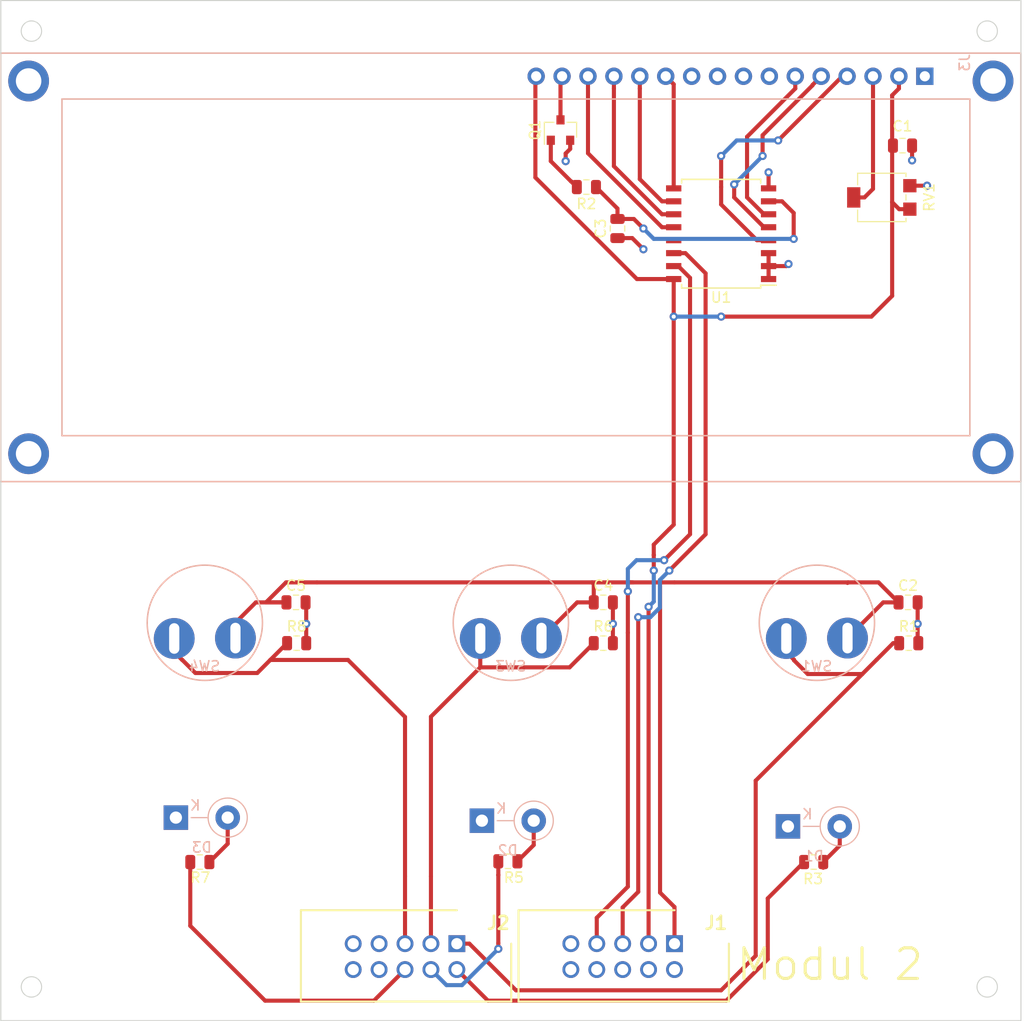
<source format=kicad_pcb>
(kicad_pcb (version 20171130) (host pcbnew "(5.0.0)")

  (general
    (thickness 1.6)
    (drawings 9)
    (tracks 242)
    (zones 0)
    (modules 24)
    (nets 36)
  )

  (page A4)
  (layers
    (0 F.Cu signal)
    (31 B.Cu signal)
    (32 B.Adhes user)
    (33 F.Adhes user)
    (34 B.Paste user)
    (35 F.Paste user)
    (36 B.SilkS user)
    (37 F.SilkS user)
    (38 B.Mask user)
    (39 F.Mask user)
    (40 Dwgs.User user)
    (41 Cmts.User user)
    (42 Eco1.User user)
    (43 Eco2.User user)
    (44 Edge.Cuts user)
    (45 Margin user)
    (46 B.CrtYd user)
    (47 F.CrtYd user)
    (48 B.Fab user)
    (49 F.Fab user)
  )

  (setup
    (last_trace_width 0.4)
    (trace_clearance 0.2)
    (zone_clearance 0.508)
    (zone_45_only no)
    (trace_min 0.2)
    (segment_width 0.2)
    (edge_width 0.1)
    (via_size 0.8)
    (via_drill 0.4)
    (via_min_size 0.4)
    (via_min_drill 0.3)
    (uvia_size 0.3)
    (uvia_drill 0.1)
    (uvias_allowed no)
    (uvia_min_size 0.2)
    (uvia_min_drill 0.1)
    (pcb_text_width 0.3)
    (pcb_text_size 1.5 1.5)
    (mod_edge_width 0.15)
    (mod_text_size 1 1)
    (mod_text_width 0.15)
    (pad_size 3 3)
    (pad_drill 2.5)
    (pad_to_mask_clearance 0)
    (aux_axis_origin 0 0)
    (grid_origin 94.285 44.755)
    (visible_elements 7FFFFFFF)
    (pcbplotparams
      (layerselection 0x010fc_ffffffff)
      (usegerberextensions false)
      (usegerberattributes true)
      (usegerberadvancedattributes true)
      (creategerberjobfile false)
      (excludeedgelayer false)
      (linewidth 0.150000)
      (plotframeref false)
      (viasonmask false)
      (mode 1)
      (useauxorigin false)
      (hpglpennumber 1)
      (hpglpenspeed 20)
      (hpglpendiameter 15.000000)
      (psnegative false)
      (psa4output false)
      (plotreference true)
      (plotvalue true)
      (plotinvisibletext false)
      (padsonsilk true)
      (subtractmaskfromsilk false)
      (outputformat 1)
      (mirror false)
      (drillshape 0)
      (scaleselection 1)
      (outputdirectory "../Gerber/Modul 2/"))
  )

  (net 0 "")
  (net 1 /IO13)
  (net 2 GND)
  (net 3 "Net-(D2-Pad2)")
  (net 4 /IO16)
  (net 5 +5V)
  (net 6 "Net-(D1-Pad2)")
  (net 7 /IO4)
  (net 8 /IO2)
  (net 9 /IO32)
  (net 10 "Net-(D3-Pad2)")
  (net 11 /IO17)
  (net 12 "Net-(J3-Pad11)")
  (net 13 "Net-(J3-Pad12)")
  (net 14 "Net-(J3-Pad13)")
  (net 15 "Net-(J3-Pad14)")
  (net 16 "Net-(J3-Pad6)")
  (net 17 "Net-(J3-Pad5)")
  (net 18 "Net-(J3-Pad4)")
  (net 19 "Net-(U1-Pad13)")
  (net 20 /SCL)
  (net 21 /SDA)
  (net 22 +3V3)
  (net 23 /VSPI_CLK)
  (net 24 /VSPI_MOSI)
  (net 25 /VSPI_MISO)
  (net 26 "Net-(J1-Pad9)")
  (net 27 /VSPI_CS)
  (net 28 "Net-(J3-Pad7)")
  (net 29 "Net-(J3-Pad8)")
  (net 30 "Net-(J3-Pad9)")
  (net 31 "Net-(J3-Pad10)")
  (net 32 "Net-(J3-Pad3)")
  (net 33 "Net-(J3-Pad15)")
  (net 34 "Net-(C3-Pad2)")
  (net 35 "Net-(Q1-Pad1)")

  (net_class Default "Dies ist die voreingestellte Netzklasse."
    (clearance 0.2)
    (trace_width 0.4)
    (via_dia 0.8)
    (via_drill 0.4)
    (uvia_dia 0.3)
    (uvia_drill 0.1)
    (add_net +3V3)
    (add_net +5V)
    (add_net /IO13)
    (add_net /IO16)
    (add_net /IO17)
    (add_net /IO2)
    (add_net /IO32)
    (add_net /IO4)
    (add_net /SCL)
    (add_net /SDA)
    (add_net /VSPI_CLK)
    (add_net /VSPI_CS)
    (add_net /VSPI_MISO)
    (add_net /VSPI_MOSI)
    (add_net GND)
    (add_net "Net-(C3-Pad2)")
    (add_net "Net-(D1-Pad2)")
    (add_net "Net-(D2-Pad2)")
    (add_net "Net-(D3-Pad2)")
    (add_net "Net-(J1-Pad9)")
    (add_net "Net-(J3-Pad10)")
    (add_net "Net-(J3-Pad11)")
    (add_net "Net-(J3-Pad12)")
    (add_net "Net-(J3-Pad13)")
    (add_net "Net-(J3-Pad14)")
    (add_net "Net-(J3-Pad15)")
    (add_net "Net-(J3-Pad3)")
    (add_net "Net-(J3-Pad4)")
    (add_net "Net-(J3-Pad5)")
    (add_net "Net-(J3-Pad6)")
    (add_net "Net-(J3-Pad7)")
    (add_net "Net-(J3-Pad8)")
    (add_net "Net-(J3-Pad9)")
    (add_net "Net-(Q1-Pad1)")
    (add_net "Net-(U1-Pad13)")
  )

  (module Capacitor_SMD:C_0805_2012Metric (layer F.Cu) (tedit 5B36C52B) (tstamp 5E6A804D)
    (at 154.737 67.107 90)
    (descr "Capacitor SMD 0805 (2012 Metric), square (rectangular) end terminal, IPC_7351 nominal, (Body size source: https://docs.google.com/spreadsheets/d/1BsfQQcO9C6DZCsRaXUlFlo91Tg2WpOkGARC1WS5S8t0/edit?usp=sharing), generated with kicad-footprint-generator")
    (tags capacitor)
    (path /5E751CAB)
    (attr smd)
    (fp_text reference C3 (at 0 -1.65 90) (layer F.SilkS)
      (effects (font (size 1 1) (thickness 0.15)))
    )
    (fp_text value 10nF (at 0 1.65 90) (layer F.Fab)
      (effects (font (size 1 1) (thickness 0.15)))
    )
    (fp_text user %R (at 0 0 90) (layer F.Fab)
      (effects (font (size 0.5 0.5) (thickness 0.08)))
    )
    (fp_line (start 1.68 0.95) (end -1.68 0.95) (layer F.CrtYd) (width 0.05))
    (fp_line (start 1.68 -0.95) (end 1.68 0.95) (layer F.CrtYd) (width 0.05))
    (fp_line (start -1.68 -0.95) (end 1.68 -0.95) (layer F.CrtYd) (width 0.05))
    (fp_line (start -1.68 0.95) (end -1.68 -0.95) (layer F.CrtYd) (width 0.05))
    (fp_line (start -0.258578 0.71) (end 0.258578 0.71) (layer F.SilkS) (width 0.12))
    (fp_line (start -0.258578 -0.71) (end 0.258578 -0.71) (layer F.SilkS) (width 0.12))
    (fp_line (start 1 0.6) (end -1 0.6) (layer F.Fab) (width 0.1))
    (fp_line (start 1 -0.6) (end 1 0.6) (layer F.Fab) (width 0.1))
    (fp_line (start -1 -0.6) (end 1 -0.6) (layer F.Fab) (width 0.1))
    (fp_line (start -1 0.6) (end -1 -0.6) (layer F.Fab) (width 0.1))
    (pad 2 smd roundrect (at 0.9375 0 90) (size 0.975 1.4) (layers F.Cu F.Paste F.Mask) (roundrect_rratio 0.25)
      (net 34 "Net-(C3-Pad2)"))
    (pad 1 smd roundrect (at -0.9375 0 90) (size 0.975 1.4) (layers F.Cu F.Paste F.Mask) (roundrect_rratio 0.25)
      (net 2 GND))
    (model ${KISYS3DMOD}/Capacitor_SMD.3dshapes/C_0805_2012Metric.wrl
      (at (xyz 0 0 0))
      (scale (xyz 1 1 1))
      (rotate (xyz 0 0 0))
    )
  )

  (module Package_TO_SOT_SMD:SOT-23 (layer F.Cu) (tedit 5A02FF57) (tstamp 5E6A6439)
    (at 149.149 57.455 90)
    (descr "SOT-23, Standard")
    (tags SOT-23)
    (path /5E7113F7)
    (attr smd)
    (fp_text reference Q1 (at 0 -2.5 90) (layer F.SilkS)
      (effects (font (size 1 1) (thickness 0.15)))
    )
    (fp_text value BC817 (at 0 2.5 90) (layer F.Fab)
      (effects (font (size 1 1) (thickness 0.15)))
    )
    (fp_line (start 0.76 1.58) (end -0.7 1.58) (layer F.SilkS) (width 0.12))
    (fp_line (start 0.76 -1.58) (end -1.4 -1.58) (layer F.SilkS) (width 0.12))
    (fp_line (start -1.7 1.75) (end -1.7 -1.75) (layer F.CrtYd) (width 0.05))
    (fp_line (start 1.7 1.75) (end -1.7 1.75) (layer F.CrtYd) (width 0.05))
    (fp_line (start 1.7 -1.75) (end 1.7 1.75) (layer F.CrtYd) (width 0.05))
    (fp_line (start -1.7 -1.75) (end 1.7 -1.75) (layer F.CrtYd) (width 0.05))
    (fp_line (start 0.76 -1.58) (end 0.76 -0.65) (layer F.SilkS) (width 0.12))
    (fp_line (start 0.76 1.58) (end 0.76 0.65) (layer F.SilkS) (width 0.12))
    (fp_line (start -0.7 1.52) (end 0.7 1.52) (layer F.Fab) (width 0.1))
    (fp_line (start 0.7 -1.52) (end 0.7 1.52) (layer F.Fab) (width 0.1))
    (fp_line (start -0.7 -0.95) (end -0.15 -1.52) (layer F.Fab) (width 0.1))
    (fp_line (start -0.15 -1.52) (end 0.7 -1.52) (layer F.Fab) (width 0.1))
    (fp_line (start -0.7 -0.95) (end -0.7 1.5) (layer F.Fab) (width 0.1))
    (fp_text user %R (at 0 0 180) (layer F.Fab)
      (effects (font (size 0.5 0.5) (thickness 0.075)))
    )
    (pad 3 smd rect (at 1 0 90) (size 0.9 0.8) (layers F.Cu F.Paste F.Mask)
      (net 33 "Net-(J3-Pad15)"))
    (pad 2 smd rect (at -1 0.95 90) (size 0.9 0.8) (layers F.Cu F.Paste F.Mask)
      (net 2 GND))
    (pad 1 smd rect (at -1 -0.95 90) (size 0.9 0.8) (layers F.Cu F.Paste F.Mask)
      (net 35 "Net-(Q1-Pad1)"))
    (model ${KISYS3DMOD}/Package_TO_SOT_SMD.3dshapes/SOT-23.wrl
      (at (xyz 0 0 0))
      (scale (xyz 1 1 1))
      (rotate (xyz 0 0 0))
    )
  )

  (module Potentiometer_SMD:Potentiometer_Bourns_3314G_Vertical (layer F.Cu) (tedit 5A81E1D7) (tstamp 5E6A6424)
    (at 180.645 64.059 270)
    (descr "Potentiometer, vertical, Bourns 3314G, http://www.bourns.com/docs/Product-Datasheets/3314.pdf")
    (tags "Potentiometer vertical Bourns 3314G")
    (path /5E6CEA31)
    (attr smd)
    (fp_text reference RV1 (at 0 -4.65 270) (layer F.SilkS)
      (effects (font (size 1 1) (thickness 0.15)))
    )
    (fp_text value "R_POT 10k" (at 0 4.65 270) (layer F.Fab)
      (effects (font (size 1 1) (thickness 0.15)))
    )
    (fp_text user %R (at 0 -1.7 270) (layer F.Fab)
      (effects (font (size 0.63 0.63) (thickness 0.15)))
    )
    (fp_line (start 2.5 -3.65) (end -2.5 -3.65) (layer F.CrtYd) (width 0.05))
    (fp_line (start 2.5 3.65) (end 2.5 -3.65) (layer F.CrtYd) (width 0.05))
    (fp_line (start -2.5 3.65) (end 2.5 3.65) (layer F.CrtYd) (width 0.05))
    (fp_line (start -2.5 -3.65) (end -2.5 3.65) (layer F.CrtYd) (width 0.05))
    (fp_line (start 2.37 -2.37) (end 2.37 2.37) (layer F.SilkS) (width 0.12))
    (fp_line (start -2.37 -2.37) (end -2.37 2.37) (layer F.SilkS) (width 0.12))
    (fp_line (start 1.24 2.37) (end 2.37 2.37) (layer F.SilkS) (width 0.12))
    (fp_line (start -2.37 2.37) (end -1.24 2.37) (layer F.SilkS) (width 0.12))
    (fp_line (start -0.259 -2.37) (end 0.26 -2.37) (layer F.SilkS) (width 0.12))
    (fp_line (start -2.37 -2.37) (end -2.039 -2.37) (layer F.SilkS) (width 0.12))
    (fp_line (start 2.04 -2.37) (end 2.37 -2.37) (layer F.SilkS) (width 0.12))
    (fp_line (start 0 0.99) (end 0.001 -0.989) (layer F.Fab) (width 0.1))
    (fp_line (start 0 0.99) (end 0.001 -0.989) (layer F.Fab) (width 0.1))
    (fp_line (start 2.25 -2.25) (end -2.25 -2.25) (layer F.Fab) (width 0.1))
    (fp_line (start 2.25 2.25) (end 2.25 -2.25) (layer F.Fab) (width 0.1))
    (fp_line (start -2.25 2.25) (end 2.25 2.25) (layer F.Fab) (width 0.1))
    (fp_line (start -2.25 -2.25) (end -2.25 2.25) (layer F.Fab) (width 0.1))
    (fp_circle (center 0 0) (end 1 0) (layer F.Fab) (width 0.1))
    (pad 3 smd rect (at -1.15 -2.75 270) (size 1.3 1.3) (layers F.Cu F.Paste F.Mask)
      (net 2 GND))
    (pad 2 smd rect (at 0 2.75 270) (size 2 1.3) (layers F.Cu F.Paste F.Mask)
      (net 32 "Net-(J3-Pad3)"))
    (pad 1 smd rect (at 1.15 -2.75 270) (size 1.3 1.3) (layers F.Cu F.Paste F.Mask)
      (net 5 +5V))
    (model ${KISYS3DMOD}/Potentiometer_SMD.3dshapes/Potentiometer_Bourns_3314G_Vertical.wrl
      (at (xyz 0 0 0))
      (scale (xyz 1 1 1))
      (rotate (xyz 0 0 0))
    )
  )

  (module Package_SO:SOIC-16W_7.5x10.3mm_P1.27mm (layer F.Cu) (tedit 5A02F2D3) (tstamp 5DFFA2C9)
    (at 164.897 67.615 180)
    (descr "16-Lead Plastic Small Outline (SO) - Wide, 7.50 mm Body [SOIC] (see Microchip Packaging Specification 00000049BS.pdf)")
    (tags "SOIC 1.27")
    (path /5D7D4D01)
    (attr smd)
    (fp_text reference U1 (at 0 -6.25 180) (layer F.SilkS)
      (effects (font (size 1 1) (thickness 0.15)))
    )
    (fp_text value PCF8574 (at 0 6.25 180) (layer F.Fab)
      (effects (font (size 1 1) (thickness 0.15)))
    )
    (fp_line (start -3.875 -5.05) (end -5.4 -5.05) (layer F.SilkS) (width 0.15))
    (fp_line (start -3.875 5.325) (end 3.875 5.325) (layer F.SilkS) (width 0.15))
    (fp_line (start -3.875 -5.325) (end 3.875 -5.325) (layer F.SilkS) (width 0.15))
    (fp_line (start -3.875 5.325) (end -3.875 4.97) (layer F.SilkS) (width 0.15))
    (fp_line (start 3.875 5.325) (end 3.875 4.97) (layer F.SilkS) (width 0.15))
    (fp_line (start 3.875 -5.325) (end 3.875 -4.97) (layer F.SilkS) (width 0.15))
    (fp_line (start -3.875 -5.325) (end -3.875 -5.05) (layer F.SilkS) (width 0.15))
    (fp_line (start -5.65 5.5) (end 5.65 5.5) (layer F.CrtYd) (width 0.05))
    (fp_line (start -5.65 -5.5) (end 5.65 -5.5) (layer F.CrtYd) (width 0.05))
    (fp_line (start 5.65 -5.5) (end 5.65 5.5) (layer F.CrtYd) (width 0.05))
    (fp_line (start -5.65 -5.5) (end -5.65 5.5) (layer F.CrtYd) (width 0.05))
    (fp_line (start -3.75 -4.15) (end -2.75 -5.15) (layer F.Fab) (width 0.15))
    (fp_line (start -3.75 5.15) (end -3.75 -4.15) (layer F.Fab) (width 0.15))
    (fp_line (start 3.75 5.15) (end -3.75 5.15) (layer F.Fab) (width 0.15))
    (fp_line (start 3.75 -5.15) (end 3.75 5.15) (layer F.Fab) (width 0.15))
    (fp_line (start -2.75 -5.15) (end 3.75 -5.15) (layer F.Fab) (width 0.15))
    (fp_text user %R (at 0 0 180) (layer F.Fab)
      (effects (font (size 1 1) (thickness 0.15)))
    )
    (pad 16 smd rect (at 4.65 -4.445 180) (size 1.5 0.6) (layers F.Cu F.Paste F.Mask)
      (net 5 +5V))
    (pad 15 smd rect (at 4.65 -3.175 180) (size 1.5 0.6) (layers F.Cu F.Paste F.Mask)
      (net 21 /SDA))
    (pad 14 smd rect (at 4.65 -1.905 180) (size 1.5 0.6) (layers F.Cu F.Paste F.Mask)
      (net 20 /SCL))
    (pad 13 smd rect (at 4.65 -0.635 180) (size 1.5 0.6) (layers F.Cu F.Paste F.Mask)
      (net 19 "Net-(U1-Pad13)"))
    (pad 12 smd rect (at 4.65 0.635 180) (size 1.5 0.6) (layers F.Cu F.Paste F.Mask)
      (net 15 "Net-(J3-Pad14)"))
    (pad 11 smd rect (at 4.65 1.905 180) (size 1.5 0.6) (layers F.Cu F.Paste F.Mask)
      (net 14 "Net-(J3-Pad13)"))
    (pad 10 smd rect (at 4.65 3.175 180) (size 1.5 0.6) (layers F.Cu F.Paste F.Mask)
      (net 13 "Net-(J3-Pad12)"))
    (pad 9 smd rect (at 4.65 4.445 180) (size 1.5 0.6) (layers F.Cu F.Paste F.Mask)
      (net 12 "Net-(J3-Pad11)"))
    (pad 8 smd rect (at -4.65 4.445 180) (size 1.5 0.6) (layers F.Cu F.Paste F.Mask)
      (net 2 GND))
    (pad 7 smd rect (at -4.65 3.175 180) (size 1.5 0.6) (layers F.Cu F.Paste F.Mask)
      (net 34 "Net-(C3-Pad2)"))
    (pad 6 smd rect (at -4.65 1.905 180) (size 1.5 0.6) (layers F.Cu F.Paste F.Mask)
      (net 16 "Net-(J3-Pad6)"))
    (pad 5 smd rect (at -4.65 0.635 180) (size 1.5 0.6) (layers F.Cu F.Paste F.Mask)
      (net 17 "Net-(J3-Pad5)"))
    (pad 4 smd rect (at -4.65 -0.635 180) (size 1.5 0.6) (layers F.Cu F.Paste F.Mask)
      (net 18 "Net-(J3-Pad4)"))
    (pad 3 smd rect (at -4.65 -1.905 180) (size 1.5 0.6) (layers F.Cu F.Paste F.Mask)
      (net 2 GND))
    (pad 2 smd rect (at -4.65 -3.175 180) (size 1.5 0.6) (layers F.Cu F.Paste F.Mask)
      (net 2 GND))
    (pad 1 smd rect (at -4.65 -4.445 180) (size 1.5 0.6) (layers F.Cu F.Paste F.Mask)
      (net 2 GND))
    (model ${KISYS3DMOD}/Package_SO.3dshapes/SOIC-16W_7.5x10.3mm_P1.27mm.wrl
      (at (xyz 0 0 0))
      (scale (xyz 1 1 1))
      (rotate (xyz 0 0 0))
    )
  )

  (module Capacitor_SMD:C_0805_2012Metric (layer F.Cu) (tedit 5B36C52B) (tstamp 5DFFAFAA)
    (at 153.3475 103.755)
    (descr "Capacitor SMD 0805 (2012 Metric), square (rectangular) end terminal, IPC_7351 nominal, (Body size source: https://docs.google.com/spreadsheets/d/1BsfQQcO9C6DZCsRaXUlFlo91Tg2WpOkGARC1WS5S8t0/edit?usp=sharing), generated with kicad-footprint-generator")
    (tags capacitor)
    (path /5D7B0185)
    (attr smd)
    (fp_text reference C4 (at 0 -1.65) (layer F.SilkS)
      (effects (font (size 1 1) (thickness 0.15)))
    )
    (fp_text value 10nF (at 0 1.65) (layer F.Fab)
      (effects (font (size 1 1) (thickness 0.15)))
    )
    (fp_text user %R (at 0 0) (layer F.Fab)
      (effects (font (size 0.5 0.5) (thickness 0.08)))
    )
    (fp_line (start 1.68 0.95) (end -1.68 0.95) (layer F.CrtYd) (width 0.05))
    (fp_line (start 1.68 -0.95) (end 1.68 0.95) (layer F.CrtYd) (width 0.05))
    (fp_line (start -1.68 -0.95) (end 1.68 -0.95) (layer F.CrtYd) (width 0.05))
    (fp_line (start -1.68 0.95) (end -1.68 -0.95) (layer F.CrtYd) (width 0.05))
    (fp_line (start -0.258578 0.71) (end 0.258578 0.71) (layer F.SilkS) (width 0.12))
    (fp_line (start -0.258578 -0.71) (end 0.258578 -0.71) (layer F.SilkS) (width 0.12))
    (fp_line (start 1 0.6) (end -1 0.6) (layer F.Fab) (width 0.1))
    (fp_line (start 1 -0.6) (end 1 0.6) (layer F.Fab) (width 0.1))
    (fp_line (start -1 -0.6) (end 1 -0.6) (layer F.Fab) (width 0.1))
    (fp_line (start -1 0.6) (end -1 -0.6) (layer F.Fab) (width 0.1))
    (pad 2 smd roundrect (at 0.9375 0) (size 0.975 1.4) (layers F.Cu F.Paste F.Mask) (roundrect_rratio 0.25)
      (net 2 GND))
    (pad 1 smd roundrect (at -0.9375 0) (size 0.975 1.4) (layers F.Cu F.Paste F.Mask) (roundrect_rratio 0.25)
      (net 22 +3V3))
    (model ${KISYS3DMOD}/Capacitor_SMD.3dshapes/C_0805_2012Metric.wrl
      (at (xyz 0 0 0))
      (scale (xyz 1 1 1))
      (rotate (xyz 0 0 0))
    )
  )

  (module Button_Switch_THT:Druckschalter locked (layer B.Cu) (tedit 5E79E9C6) (tstamp 5DFFB000)
    (at 114.285 105.755 180)
    (path /5D7B0EC9)
    (fp_text reference SW4 (at 0.03 -4.26 180) (layer B.SilkS)
      (effects (font (size 1 1) (thickness 0.15)) (justify mirror))
    )
    (fp_text value SW_DIP_x01 (at 0.21 3.5 180) (layer B.Fab)
      (effects (font (size 1 1) (thickness 0.15)) (justify mirror))
    )
    (fp_circle (center 0 0) (end 5.65 0) (layer B.SilkS) (width 0.15))
    (pad 1 thru_hole circle (at -3 -1.5 180) (size 4 4) (drill oval 1 3) (layers *.Cu *.Mask)
      (net 22 +3V3))
    (pad 2 thru_hole circle (at 3 -1.54 180) (size 4 4) (drill oval 1 3) (layers *.Cu *.Mask)
      (net 9 /IO32))
  )

  (module Button_Switch_THT:Druckschalter (layer B.Cu) (tedit 5E79E9C6) (tstamp 5DFFB012)
    (at 144.285 105.755 180)
    (path /5D7B017E)
    (fp_text reference SW3 (at 0.03 -4.26 180) (layer B.SilkS)
      (effects (font (size 1 1) (thickness 0.15)) (justify mirror))
    )
    (fp_text value SW_DIP_x01 (at 0.21 3.5 180) (layer B.Fab)
      (effects (font (size 1 1) (thickness 0.15)) (justify mirror))
    )
    (fp_circle (center 0 0) (end 5.65 0) (layer B.SilkS) (width 0.15))
    (pad 1 thru_hole circle (at -3 -1.5 180) (size 4 4) (drill oval 1 3) (layers *.Cu *.Mask)
      (net 22 +3V3))
    (pad 2 thru_hole circle (at 3 -1.54 180) (size 4 4) (drill oval 1 3) (layers *.Cu *.Mask)
      (net 1 /IO13))
  )

  (module Button_Switch_THT:Druckschalter locked (layer B.Cu) (tedit 5E79E9C6) (tstamp 5DFFB030)
    (at 174.285 105.755 180)
    (path /5D7A7F9A)
    (fp_text reference SW1 (at 0.03 -4.26 180) (layer B.SilkS)
      (effects (font (size 1 1) (thickness 0.15)) (justify mirror))
    )
    (fp_text value SW_DIP_x01 (at 0.21 3.5 180) (layer B.Fab)
      (effects (font (size 1 1) (thickness 0.15)) (justify mirror))
    )
    (fp_circle (center 0 0) (end 5.65 0) (layer B.SilkS) (width 0.15))
    (pad 1 thru_hole circle (at -3 -1.5 180) (size 4 4) (drill oval 1 3) (layers *.Cu *.Mask)
      (net 22 +3V3))
    (pad 2 thru_hole circle (at 3 -1.54 180) (size 4 4) (drill oval 1 3) (layers *.Cu *.Mask)
      (net 8 /IO2))
  )

  (module Diode_THT:D_DO-15_P5.08mm_Vertical_KathodeUp (layer B.Cu) (tedit 5AE50CD5) (tstamp 5DFFB239)
    (at 171.445 125.715)
    (descr "Diode, DO-15 series, Axial, Vertical, pin pitch=5.08mm, , length*diameter=7.6*3.6mm^2, , http://www.diodes.com/_files/packages/DO-15.pdf")
    (tags "Diode DO-15 series Axial Vertical pin pitch 5.08mm  length 7.6mm diameter 3.6mm")
    (path /5D7BE6BF)
    (fp_text reference D1 (at 2.54 2.92) (layer B.SilkS)
      (effects (font (size 1 1) (thickness 0.15)) (justify mirror))
    )
    (fp_text value "Led THT" (at 2.54 -2.92) (layer B.Fab)
      (effects (font (size 1 1) (thickness 0.15)) (justify mirror))
    )
    (fp_text user K (at 1.9 -1.2) (layer B.SilkS)
      (effects (font (size 1 1) (thickness 0.15)) (justify mirror))
    )
    (fp_text user K (at 1.9 -1.2) (layer B.Fab)
      (effects (font (size 1 1) (thickness 0.15)) (justify mirror))
    )
    (fp_text user %R (at 2.54 2.92) (layer B.Fab)
      (effects (font (size 1 1) (thickness 0.15)) (justify mirror))
    )
    (fp_line (start 7.13 2.05) (end -1.45 2.05) (layer B.CrtYd) (width 0.05))
    (fp_line (start 7.13 -2.05) (end 7.13 2.05) (layer B.CrtYd) (width 0.05))
    (fp_line (start -1.45 -2.05) (end 7.13 -2.05) (layer B.CrtYd) (width 0.05))
    (fp_line (start -1.45 2.05) (end -1.45 -2.05) (layer B.CrtYd) (width 0.05))
    (fp_line (start 3.16 0) (end 1.5 0) (layer B.SilkS) (width 0.12))
    (fp_line (start 0 0) (end 5.08 0) (layer B.Fab) (width 0.1))
    (fp_circle (center 5.08 0) (end 7 0) (layer B.SilkS) (width 0.12))
    (fp_circle (center 5.08 0) (end 6.88 0) (layer B.Fab) (width 0.1))
    (pad 2 thru_hole oval (at 5.08 0) (size 2.4 2.4) (drill 1.2) (layers *.Cu *.Mask)
      (net 6 "Net-(D1-Pad2)"))
    (pad 1 thru_hole rect (at 0 0) (size 2.4 2.4) (drill 1.2) (layers *.Cu *.Mask)
      (net 2 GND))
    (model ${KISYS3DMOD}/Diode_THT.3dshapes/D_DO-15_P5.08mm_Vertical_KathodeUp.wrl
      (at (xyz 0 0 0))
      (scale (xyz 1 1 1))
      (rotate (xyz 0 0 0))
    )
  )

  (module Diode_THT:D_DO-15_P5.08mm_Vertical_KathodeUp (layer B.Cu) (tedit 5AE50CD5) (tstamp 5DFFB209)
    (at 141.445 125.155)
    (descr "Diode, DO-15 series, Axial, Vertical, pin pitch=5.08mm, , length*diameter=7.6*3.6mm^2, , http://www.diodes.com/_files/packages/DO-15.pdf")
    (tags "Diode DO-15 series Axial Vertical pin pitch 5.08mm  length 7.6mm diameter 3.6mm")
    (path /5D7C2F7E)
    (fp_text reference D2 (at 2.54 2.92) (layer B.SilkS)
      (effects (font (size 1 1) (thickness 0.15)) (justify mirror))
    )
    (fp_text value "Led THT" (at 2.54 -2.92) (layer B.Fab)
      (effects (font (size 1 1) (thickness 0.15)) (justify mirror))
    )
    (fp_text user K (at 1.9 -1.2) (layer B.SilkS)
      (effects (font (size 1 1) (thickness 0.15)) (justify mirror))
    )
    (fp_text user K (at 1.9 -1.2) (layer B.Fab)
      (effects (font (size 1 1) (thickness 0.15)) (justify mirror))
    )
    (fp_text user %R (at 2.54 2.92) (layer B.Fab)
      (effects (font (size 1 1) (thickness 0.15)) (justify mirror))
    )
    (fp_line (start 7.13 2.05) (end -1.45 2.05) (layer B.CrtYd) (width 0.05))
    (fp_line (start 7.13 -2.05) (end 7.13 2.05) (layer B.CrtYd) (width 0.05))
    (fp_line (start -1.45 -2.05) (end 7.13 -2.05) (layer B.CrtYd) (width 0.05))
    (fp_line (start -1.45 2.05) (end -1.45 -2.05) (layer B.CrtYd) (width 0.05))
    (fp_line (start 3.16 0) (end 1.5 0) (layer B.SilkS) (width 0.12))
    (fp_line (start 0 0) (end 5.08 0) (layer B.Fab) (width 0.1))
    (fp_circle (center 5.08 0) (end 7 0) (layer B.SilkS) (width 0.12))
    (fp_circle (center 5.08 0) (end 6.88 0) (layer B.Fab) (width 0.1))
    (pad 2 thru_hole oval (at 5.08 0) (size 2.4 2.4) (drill 1.2) (layers *.Cu *.Mask)
      (net 3 "Net-(D2-Pad2)"))
    (pad 1 thru_hole rect (at 0 0) (size 2.4 2.4) (drill 1.2) (layers *.Cu *.Mask)
      (net 2 GND))
    (model ${KISYS3DMOD}/Diode_THT.3dshapes/D_DO-15_P5.08mm_Vertical_KathodeUp.wrl
      (at (xyz 0 0 0))
      (scale (xyz 1 1 1))
      (rotate (xyz 0 0 0))
    )
  )

  (module Diode_THT:D_DO-15_P5.08mm_Vertical_KathodeUp (layer B.Cu) (tedit 5AE50CD5) (tstamp 5DFFB1D9)
    (at 111.445 124.854)
    (descr "Diode, DO-15 series, Axial, Vertical, pin pitch=5.08mm, , length*diameter=7.6*3.6mm^2, , http://www.diodes.com/_files/packages/DO-15.pdf")
    (tags "Diode DO-15 series Axial Vertical pin pitch 5.08mm  length 7.6mm diameter 3.6mm")
    (path /5D7C4327)
    (fp_text reference D3 (at 2.54 2.92) (layer B.SilkS)
      (effects (font (size 1 1) (thickness 0.15)) (justify mirror))
    )
    (fp_text value "Led THT" (at 2.54 -2.92) (layer B.Fab)
      (effects (font (size 1 1) (thickness 0.15)) (justify mirror))
    )
    (fp_text user K (at 1.9 -1.2) (layer B.SilkS)
      (effects (font (size 1 1) (thickness 0.15)) (justify mirror))
    )
    (fp_text user K (at 1.9 -1.2) (layer B.Fab)
      (effects (font (size 1 1) (thickness 0.15)) (justify mirror))
    )
    (fp_text user %R (at 2.54 2.92) (layer B.Fab)
      (effects (font (size 1 1) (thickness 0.15)) (justify mirror))
    )
    (fp_line (start 7.13 2.05) (end -1.45 2.05) (layer B.CrtYd) (width 0.05))
    (fp_line (start 7.13 -2.05) (end 7.13 2.05) (layer B.CrtYd) (width 0.05))
    (fp_line (start -1.45 -2.05) (end 7.13 -2.05) (layer B.CrtYd) (width 0.05))
    (fp_line (start -1.45 2.05) (end -1.45 -2.05) (layer B.CrtYd) (width 0.05))
    (fp_line (start 3.16 0) (end 1.5 0) (layer B.SilkS) (width 0.12))
    (fp_line (start 0 0) (end 5.08 0) (layer B.Fab) (width 0.1))
    (fp_circle (center 5.08 0) (end 7 0) (layer B.SilkS) (width 0.12))
    (fp_circle (center 5.08 0) (end 6.88 0) (layer B.Fab) (width 0.1))
    (pad 2 thru_hole oval (at 5.08 0) (size 2.4 2.4) (drill 1.2) (layers *.Cu *.Mask)
      (net 10 "Net-(D3-Pad2)"))
    (pad 1 thru_hole rect (at 0 0) (size 2.4 2.4) (drill 1.2) (layers *.Cu *.Mask)
      (net 2 GND))
    (model ${KISYS3DMOD}/Diode_THT.3dshapes/D_DO-15_P5.08mm_Vertical_KathodeUp.wrl
      (at (xyz 0 0 0))
      (scale (xyz 1 1 1))
      (rotate (xyz 0 0 0))
    )
  )

  (module Connector_IDC:SHDR10W64P254X254_2X5_2032X880X915P (layer F.Cu) (tedit 5DD2A81F) (tstamp 5DD2D92C)
    (at 160.325 137.211 180)
    (descr "AWHW 10G-0202-T")
    (tags Connector)
    (path /5DF7F330)
    (fp_text reference J1 (at -4.064 2.032 180) (layer F.SilkS)
      (effects (font (size 1.27 1.27) (thickness 0.254)))
    )
    (fp_text value ConnectorBUS_Front (at 0.21 5.27 180) (layer F.SilkS) hide
      (effects (font (size 1.27 1.27) (thickness 0.254)))
    )
    (fp_text user %R (at 0 0 180) (layer F.Fab)
      (effects (font (size 1.27 1.27) (thickness 0.254)))
    )
    (fp_line (start -5.58 3.53) (end -5.58 -5.92) (layer F.CrtYd) (width 0.05))
    (fp_line (start -5.58 -5.92) (end 15.54 -5.92) (layer F.CrtYd) (width 0.05))
    (fp_line (start 15.54 -5.92) (end 15.54 3.53) (layer F.CrtYd) (width 0.05))
    (fp_line (start 15.54 3.53) (end -5.58 3.53) (layer F.CrtYd) (width 0.05))
    (fp_line (start -5.33 3.28) (end -5.33 -5.67) (layer F.Fab) (width 0.1))
    (fp_line (start -5.33 -5.67) (end 15.29 -5.67) (layer F.Fab) (width 0.1))
    (fp_line (start 15.29 -5.67) (end 15.29 3.28) (layer F.Fab) (width 0.1))
    (fp_line (start 15.29 3.28) (end -5.33 3.28) (layer F.Fab) (width 0.1))
    (fp_line (start 0 3.28) (end 15.29 3.28) (layer F.SilkS) (width 0.2))
    (fp_line (start 15.29 3.28) (end 15.29 -5.67) (layer F.SilkS) (width 0.2))
    (fp_line (start 15.29 -5.67) (end -5.33 -5.67) (layer F.SilkS) (width 0.2))
    (fp_line (start -5.33 -5.67) (end -5.33 0) (layer F.SilkS) (width 0.2))
    (pad 1 thru_hole rect (at 0 0 180) (size 1.65 1.65) (drill 1.1) (layers *.Cu *.Mask)
      (net 22 +3V3))
    (pad 2 thru_hole circle (at 0 -2.54 180) (size 1.65 1.65) (drill 1.1) (layers *.Cu *.Mask)
      (net 2 GND))
    (pad 3 thru_hole circle (at 2.54 0 180) (size 1.65 1.65) (drill 1.1) (layers *.Cu *.Mask)
      (net 5 +5V))
    (pad 4 thru_hole circle (at 2.54 -2.54 180) (size 1.65 1.65) (drill 1.1) (layers *.Cu *.Mask)
      (net 23 /VSPI_CLK))
    (pad 5 thru_hole circle (at 5.08 0 180) (size 1.65 1.65) (drill 1.1) (layers *.Cu *.Mask)
      (net 20 /SCL))
    (pad 6 thru_hole circle (at 5.08 -2.54 180) (size 1.65 1.65) (drill 1.1) (layers *.Cu *.Mask)
      (net 24 /VSPI_MOSI))
    (pad 7 thru_hole circle (at 7.62 0 180) (size 1.65 1.65) (drill 1.1) (layers *.Cu *.Mask)
      (net 21 /SDA))
    (pad 8 thru_hole circle (at 7.62 -2.54 180) (size 1.65 1.65) (drill 1.1) (layers *.Cu *.Mask)
      (net 25 /VSPI_MISO))
    (pad 9 thru_hole circle (at 10.16 0 180) (size 1.65 1.65) (drill 1.1) (layers *.Cu *.Mask)
      (net 26 "Net-(J1-Pad9)"))
    (pad 10 thru_hole circle (at 10.16 -2.54 180) (size 1.65 1.65) (drill 1.1) (layers *.Cu *.Mask)
      (net 27 /VSPI_CS))
  )

  (module Connector_IDC:SHDR10W64P254X254_2X5_2032X880X915P (layer F.Cu) (tedit 5DD2A81F) (tstamp 5DD2D912)
    (at 138.989 137.211 180)
    (descr "AWHW 10G-0202-T")
    (tags Connector)
    (path /5DFBEEEF)
    (fp_text reference J2 (at -4.064 2.032 180) (layer F.SilkS)
      (effects (font (size 1.27 1.27) (thickness 0.254)))
    )
    (fp_text value Connector_Front (at 0.21 5.27 180) (layer F.SilkS) hide
      (effects (font (size 1.27 1.27) (thickness 0.254)))
    )
    (fp_text user %R (at 0 0 180) (layer F.Fab)
      (effects (font (size 1.27 1.27) (thickness 0.254)))
    )
    (fp_line (start -5.58 3.53) (end -5.58 -5.92) (layer F.CrtYd) (width 0.05))
    (fp_line (start -5.58 -5.92) (end 15.54 -5.92) (layer F.CrtYd) (width 0.05))
    (fp_line (start 15.54 -5.92) (end 15.54 3.53) (layer F.CrtYd) (width 0.05))
    (fp_line (start 15.54 3.53) (end -5.58 3.53) (layer F.CrtYd) (width 0.05))
    (fp_line (start -5.33 3.28) (end -5.33 -5.67) (layer F.Fab) (width 0.1))
    (fp_line (start -5.33 -5.67) (end 15.29 -5.67) (layer F.Fab) (width 0.1))
    (fp_line (start 15.29 -5.67) (end 15.29 3.28) (layer F.Fab) (width 0.1))
    (fp_line (start 15.29 3.28) (end -5.33 3.28) (layer F.Fab) (width 0.1))
    (fp_line (start 0 3.28) (end 15.29 3.28) (layer F.SilkS) (width 0.2))
    (fp_line (start 15.29 3.28) (end 15.29 -5.67) (layer F.SilkS) (width 0.2))
    (fp_line (start 15.29 -5.67) (end -5.33 -5.67) (layer F.SilkS) (width 0.2))
    (fp_line (start -5.33 -5.67) (end -5.33 0) (layer F.SilkS) (width 0.2))
    (pad 1 thru_hole rect (at 0 0 180) (size 1.65 1.65) (drill 1.1) (layers *.Cu *.Mask)
      (net 8 /IO2))
    (pad 2 thru_hole circle (at 0 -2.54 180) (size 1.65 1.65) (drill 1.1) (layers *.Cu *.Mask)
      (net 7 /IO4))
    (pad 3 thru_hole circle (at 2.54 0 180) (size 1.65 1.65) (drill 1.1) (layers *.Cu *.Mask)
      (net 1 /IO13))
    (pad 4 thru_hole circle (at 2.54 -2.54 180) (size 1.65 1.65) (drill 1.1) (layers *.Cu *.Mask)
      (net 4 /IO16))
    (pad 5 thru_hole circle (at 5.08 0 180) (size 1.65 1.65) (drill 1.1) (layers *.Cu *.Mask)
      (net 9 /IO32))
    (pad 6 thru_hole circle (at 5.08 -2.54 180) (size 1.65 1.65) (drill 1.1) (layers *.Cu *.Mask)
      (net 11 /IO17))
    (pad 7 thru_hole circle (at 7.62 0 180) (size 1.65 1.65) (drill 1.1) (layers *.Cu *.Mask))
    (pad 8 thru_hole circle (at 7.62 -2.54 180) (size 1.65 1.65) (drill 1.1) (layers *.Cu *.Mask))
    (pad 9 thru_hole circle (at 10.16 0 180) (size 1.65 1.65) (drill 1.1) (layers *.Cu *.Mask))
    (pad 10 thru_hole circle (at 10.16 -2.54 180) (size 1.65 1.65) (drill 1.1) (layers *.Cu *.Mask))
  )

  (module Resistor_SMD:R_0805_2012Metric (layer F.Cu) (tedit 5B36C52B) (tstamp 5DFFB1A6)
    (at 113.7945 129.21)
    (descr "Resistor SMD 0805 (2012 Metric), square (rectangular) end terminal, IPC_7351 nominal, (Body size source: https://docs.google.com/spreadsheets/d/1BsfQQcO9C6DZCsRaXUlFlo91Tg2WpOkGARC1WS5S8t0/edit?usp=sharing), generated with kicad-footprint-generator")
    (tags resistor)
    (path /5D7C432E)
    (attr smd)
    (fp_text reference R7 (at 0.0485 1.524) (layer F.SilkS)
      (effects (font (size 1 1) (thickness 0.15)))
    )
    (fp_text value 220R (at 0 1.65) (layer F.Fab)
      (effects (font (size 1 1) (thickness 0.15)))
    )
    (fp_text user %R (at 0 0) (layer F.Fab)
      (effects (font (size 0.5 0.5) (thickness 0.08)))
    )
    (fp_line (start 1.68 0.95) (end -1.68 0.95) (layer F.CrtYd) (width 0.05))
    (fp_line (start 1.68 -0.95) (end 1.68 0.95) (layer F.CrtYd) (width 0.05))
    (fp_line (start -1.68 -0.95) (end 1.68 -0.95) (layer F.CrtYd) (width 0.05))
    (fp_line (start -1.68 0.95) (end -1.68 -0.95) (layer F.CrtYd) (width 0.05))
    (fp_line (start -0.258578 0.71) (end 0.258578 0.71) (layer F.SilkS) (width 0.12))
    (fp_line (start -0.258578 -0.71) (end 0.258578 -0.71) (layer F.SilkS) (width 0.12))
    (fp_line (start 1 0.6) (end -1 0.6) (layer F.Fab) (width 0.1))
    (fp_line (start 1 -0.6) (end 1 0.6) (layer F.Fab) (width 0.1))
    (fp_line (start -1 -0.6) (end 1 -0.6) (layer F.Fab) (width 0.1))
    (fp_line (start -1 0.6) (end -1 -0.6) (layer F.Fab) (width 0.1))
    (pad 2 smd roundrect (at 0.9375 0) (size 0.975 1.4) (layers F.Cu F.Paste F.Mask) (roundrect_rratio 0.25)
      (net 10 "Net-(D3-Pad2)"))
    (pad 1 smd roundrect (at -0.9375 0) (size 0.975 1.4) (layers F.Cu F.Paste F.Mask) (roundrect_rratio 0.25)
      (net 11 /IO17))
    (model ${KISYS3DMOD}/Resistor_SMD.3dshapes/R_0805_2012Metric.wrl
      (at (xyz 0 0 0))
      (scale (xyz 1 1 1))
      (rotate (xyz 0 0 0))
    )
  )

  (module Display:LCD_dobro (layer B.Cu) (tedit 5DFF9A35) (tstamp 5DB76812)
    (at 194.361 49.835 180)
    (descr "Through hole straight pin header, 1x16, 2.54mm pitch, single row")
    (tags "Through hole pin header THT 1x16 2.54mm single row")
    (path /5D7F0E28)
    (fp_text reference J3 (at 5.588 -1.016 90) (layer B.SilkS)
      (effects (font (size 1 1) (thickness 0.15)) (justify mirror))
    )
    (fp_text value "LCD Dobrovitz" (at 17.78 0.508 180) (layer B.Fab)
      (effects (font (size 1 1) (thickness 0.15)) (justify mirror))
    )
    (fp_line (start 5.081123 -37.579071) (end 5.081123 -4.579071) (layer B.SilkS) (width 0.15))
    (fp_line (start 94.081123 -37.579071) (end 5.081123 -37.579071) (layer B.SilkS) (width 0.15))
    (fp_line (start 94.081123 -4.579071) (end 5.081123 -4.579071) (layer B.SilkS) (width 0.15))
    (fp_line (start 94.081123 -4.579071) (end 94.081123 -37.579071) (layer B.SilkS) (width 0.15))
    (fp_line (start 100.081123 -0.079071) (end 0.081123 -0.079071) (layer B.SilkS) (width 0.15))
    (fp_line (start 0.081123 -42.079071) (end 0.081123 -0.079071) (layer B.SilkS) (width 0.15))
    (fp_line (start 100.081123 -42.079071) (end 0.081123 -42.079071) (layer B.SilkS) (width 0.15))
    (fp_line (start 100.081123 -0.079071) (end 100.081123 -42.079071) (layer B.SilkS) (width 0.15))
    (fp_line (start 49.521123 -4.149071) (end 49.521123 -0.549071) (layer B.CrtYd) (width 0.05))
    (fp_line (start 7.821123 -4.149071) (end 49.521123 -4.149071) (layer B.CrtYd) (width 0.05))
    (fp_line (start 7.821123 -0.549071) (end 7.821123 -4.149071) (layer B.CrtYd) (width 0.05))
    (fp_line (start 49.521123 -0.549071) (end 7.821123 -0.549071) (layer B.CrtYd) (width 0.05))
    (fp_line (start 8.861202 -3.616558) (end 8.226202 -2.981558) (layer B.Fab) (width 0.1))
    (fp_line (start 48.866202 -3.616558) (end 8.861202 -3.616558) (layer B.Fab) (width 0.1))
    (fp_line (start 48.866202 -1.076558) (end 48.866202 -3.616558) (layer B.Fab) (width 0.1))
    (fp_line (start 8.226202 -1.076558) (end 48.866202 -1.076558) (layer B.Fab) (width 0.1))
    (fp_line (start 8.226202 -2.981558) (end 8.226202 -1.076558) (layer B.Fab) (width 0.1))
    (pad "" thru_hole circle (at 2.811123 -2.809071 270) (size 4 4) (drill 2.5) (layers *.Cu *.Mask))
    (pad "" thru_hole circle (at 2.811123 -39.349071 270) (size 4 4) (drill 2.5) (layers *.Cu *.Mask))
    (pad "" thru_hole circle (at 97.351123 -39.349071 270) (size 4 4) (drill 2.5) (layers *.Cu *.Mask))
    (pad "" thru_hole circle (at 97.351123 -2.809071 270) (size 4 4) (drill 2.5) (layers *.Cu *.Mask))
    (pad 16 thru_hole oval (at 47.596202 -2.346558 90) (size 1.7 1.7) (drill 1) (layers *.Cu *.Mask)
      (net 5 +5V))
    (pad 15 thru_hole oval (at 45.056202 -2.346558 90) (size 1.7 1.7) (drill 1) (layers *.Cu *.Mask)
      (net 33 "Net-(J3-Pad15)"))
    (pad 14 thru_hole oval (at 42.516202 -2.346558 90) (size 1.7 1.7) (drill 1) (layers *.Cu *.Mask)
      (net 15 "Net-(J3-Pad14)"))
    (pad 13 thru_hole oval (at 39.976202 -2.346558 90) (size 1.7 1.7) (drill 1) (layers *.Cu *.Mask)
      (net 14 "Net-(J3-Pad13)"))
    (pad 12 thru_hole oval (at 37.436202 -2.346558 90) (size 1.7 1.7) (drill 1) (layers *.Cu *.Mask)
      (net 13 "Net-(J3-Pad12)"))
    (pad 11 thru_hole oval (at 34.896202 -2.346558 90) (size 1.7 1.7) (drill 1) (layers *.Cu *.Mask)
      (net 12 "Net-(J3-Pad11)"))
    (pad 10 thru_hole oval (at 32.356202 -2.346558 90) (size 1.7 1.7) (drill 1) (layers *.Cu *.Mask)
      (net 31 "Net-(J3-Pad10)"))
    (pad 9 thru_hole oval (at 29.816202 -2.346558 90) (size 1.7 1.7) (drill 1) (layers *.Cu *.Mask)
      (net 30 "Net-(J3-Pad9)"))
    (pad 8 thru_hole oval (at 27.276202 -2.346558 90) (size 1.7 1.7) (drill 1) (layers *.Cu *.Mask)
      (net 29 "Net-(J3-Pad8)"))
    (pad 7 thru_hole oval (at 24.736202 -2.346558 90) (size 1.7 1.7) (drill 1) (layers *.Cu *.Mask)
      (net 28 "Net-(J3-Pad7)"))
    (pad 6 thru_hole oval (at 22.196202 -2.346558 90) (size 1.7 1.7) (drill 1) (layers *.Cu *.Mask)
      (net 16 "Net-(J3-Pad6)"))
    (pad 5 thru_hole oval (at 19.656202 -2.346558 90) (size 1.7 1.7) (drill 1) (layers *.Cu *.Mask)
      (net 17 "Net-(J3-Pad5)"))
    (pad 4 thru_hole oval (at 17.116202 -2.346558 90) (size 1.7 1.7) (drill 1) (layers *.Cu *.Mask)
      (net 18 "Net-(J3-Pad4)"))
    (pad 3 thru_hole oval (at 14.576202 -2.346558 90) (size 1.7 1.7) (drill 1) (layers *.Cu *.Mask)
      (net 32 "Net-(J3-Pad3)"))
    (pad 2 thru_hole oval (at 12.036202 -2.346558 90) (size 1.7 1.7) (drill 1) (layers *.Cu *.Mask)
      (net 5 +5V))
    (pad 1 thru_hole rect (at 9.496202 -2.346558 90) (size 1.7 1.7) (drill 1) (layers *.Cu *.Mask)
      (net 2 GND))
  )

  (module Capacitor_SMD:C_0805_2012Metric (layer F.Cu) (tedit 5B36C52B) (tstamp 5DB5CBAB)
    (at 182.677 58.979 180)
    (descr "Capacitor SMD 0805 (2012 Metric), square (rectangular) end terminal, IPC_7351 nominal, (Body size source: https://docs.google.com/spreadsheets/d/1BsfQQcO9C6DZCsRaXUlFlo91Tg2WpOkGARC1WS5S8t0/edit?usp=sharing), generated with kicad-footprint-generator")
    (tags capacitor)
    (path /5D9DA00F)
    (attr smd)
    (fp_text reference C1 (at 0 1.905 180) (layer F.SilkS)
      (effects (font (size 1 1) (thickness 0.15)))
    )
    (fp_text value 10nF (at 0 1.65 180) (layer F.Fab)
      (effects (font (size 1 1) (thickness 0.15)))
    )
    (fp_text user %R (at 0 0 180) (layer F.Fab)
      (effects (font (size 0.5 0.5) (thickness 0.08)))
    )
    (fp_line (start 1.68 0.95) (end -1.68 0.95) (layer F.CrtYd) (width 0.05))
    (fp_line (start 1.68 -0.95) (end 1.68 0.95) (layer F.CrtYd) (width 0.05))
    (fp_line (start -1.68 -0.95) (end 1.68 -0.95) (layer F.CrtYd) (width 0.05))
    (fp_line (start -1.68 0.95) (end -1.68 -0.95) (layer F.CrtYd) (width 0.05))
    (fp_line (start -0.258578 0.71) (end 0.258578 0.71) (layer F.SilkS) (width 0.12))
    (fp_line (start -0.258578 -0.71) (end 0.258578 -0.71) (layer F.SilkS) (width 0.12))
    (fp_line (start 1 0.6) (end -1 0.6) (layer F.Fab) (width 0.1))
    (fp_line (start 1 -0.6) (end 1 0.6) (layer F.Fab) (width 0.1))
    (fp_line (start -1 -0.6) (end 1 -0.6) (layer F.Fab) (width 0.1))
    (fp_line (start -1 0.6) (end -1 -0.6) (layer F.Fab) (width 0.1))
    (pad 2 smd roundrect (at 0.9375 0 180) (size 0.975 1.4) (layers F.Cu F.Paste F.Mask) (roundrect_rratio 0.25)
      (net 5 +5V))
    (pad 1 smd roundrect (at -0.9375 0 180) (size 0.975 1.4) (layers F.Cu F.Paste F.Mask) (roundrect_rratio 0.25)
      (net 2 GND))
    (model ${KISYS3DMOD}/Capacitor_SMD.3dshapes/C_0805_2012Metric.wrl
      (at (xyz 0 0 0))
      (scale (xyz 1 1 1))
      (rotate (xyz 0 0 0))
    )
  )

  (module Capacitor_SMD:C_0805_2012Metric (layer F.Cu) (tedit 5B36C52B) (tstamp 5DFFAFDA)
    (at 183.2225 103.755)
    (descr "Capacitor SMD 0805 (2012 Metric), square (rectangular) end terminal, IPC_7351 nominal, (Body size source: https://docs.google.com/spreadsheets/d/1BsfQQcO9C6DZCsRaXUlFlo91Tg2WpOkGARC1WS5S8t0/edit?usp=sharing), generated with kicad-footprint-generator")
    (tags capacitor)
    (path /5D7A862B)
    (attr smd)
    (fp_text reference C2 (at 0 -1.65) (layer F.SilkS)
      (effects (font (size 1 1) (thickness 0.15)))
    )
    (fp_text value 10nF (at 0 1.65) (layer F.Fab)
      (effects (font (size 1 1) (thickness 0.15)))
    )
    (fp_text user %R (at 0 0) (layer F.Fab)
      (effects (font (size 0.5 0.5) (thickness 0.08)))
    )
    (fp_line (start 1.68 0.95) (end -1.68 0.95) (layer F.CrtYd) (width 0.05))
    (fp_line (start 1.68 -0.95) (end 1.68 0.95) (layer F.CrtYd) (width 0.05))
    (fp_line (start -1.68 -0.95) (end 1.68 -0.95) (layer F.CrtYd) (width 0.05))
    (fp_line (start -1.68 0.95) (end -1.68 -0.95) (layer F.CrtYd) (width 0.05))
    (fp_line (start -0.258578 0.71) (end 0.258578 0.71) (layer F.SilkS) (width 0.12))
    (fp_line (start -0.258578 -0.71) (end 0.258578 -0.71) (layer F.SilkS) (width 0.12))
    (fp_line (start 1 0.6) (end -1 0.6) (layer F.Fab) (width 0.1))
    (fp_line (start 1 -0.6) (end 1 0.6) (layer F.Fab) (width 0.1))
    (fp_line (start -1 -0.6) (end 1 -0.6) (layer F.Fab) (width 0.1))
    (fp_line (start -1 0.6) (end -1 -0.6) (layer F.Fab) (width 0.1))
    (pad 2 smd roundrect (at 0.9375 0) (size 0.975 1.4) (layers F.Cu F.Paste F.Mask) (roundrect_rratio 0.25)
      (net 2 GND))
    (pad 1 smd roundrect (at -0.9375 0) (size 0.975 1.4) (layers F.Cu F.Paste F.Mask) (roundrect_rratio 0.25)
      (net 22 +3V3))
    (model ${KISYS3DMOD}/Capacitor_SMD.3dshapes/C_0805_2012Metric.wrl
      (at (xyz 0 0 0))
      (scale (xyz 1 1 1))
      (rotate (xyz 0 0 0))
    )
  )

  (module Capacitor_SMD:C_0805_2012Metric (layer F.Cu) (tedit 5B36C52B) (tstamp 5DFFAF4A)
    (at 123.2225 103.755)
    (descr "Capacitor SMD 0805 (2012 Metric), square (rectangular) end terminal, IPC_7351 nominal, (Body size source: https://docs.google.com/spreadsheets/d/1BsfQQcO9C6DZCsRaXUlFlo91Tg2WpOkGARC1WS5S8t0/edit?usp=sharing), generated with kicad-footprint-generator")
    (tags capacitor)
    (path /5D7B0ED0)
    (attr smd)
    (fp_text reference C5 (at 0 -1.65) (layer F.SilkS)
      (effects (font (size 1 1) (thickness 0.15)))
    )
    (fp_text value 10nF (at 0 1.65) (layer F.Fab)
      (effects (font (size 1 1) (thickness 0.15)))
    )
    (fp_text user %R (at 0 0) (layer F.Fab)
      (effects (font (size 0.5 0.5) (thickness 0.08)))
    )
    (fp_line (start 1.68 0.95) (end -1.68 0.95) (layer F.CrtYd) (width 0.05))
    (fp_line (start 1.68 -0.95) (end 1.68 0.95) (layer F.CrtYd) (width 0.05))
    (fp_line (start -1.68 -0.95) (end 1.68 -0.95) (layer F.CrtYd) (width 0.05))
    (fp_line (start -1.68 0.95) (end -1.68 -0.95) (layer F.CrtYd) (width 0.05))
    (fp_line (start -0.258578 0.71) (end 0.258578 0.71) (layer F.SilkS) (width 0.12))
    (fp_line (start -0.258578 -0.71) (end 0.258578 -0.71) (layer F.SilkS) (width 0.12))
    (fp_line (start 1 0.6) (end -1 0.6) (layer F.Fab) (width 0.1))
    (fp_line (start 1 -0.6) (end 1 0.6) (layer F.Fab) (width 0.1))
    (fp_line (start -1 -0.6) (end 1 -0.6) (layer F.Fab) (width 0.1))
    (fp_line (start -1 0.6) (end -1 -0.6) (layer F.Fab) (width 0.1))
    (pad 2 smd roundrect (at 0.9375 0) (size 0.975 1.4) (layers F.Cu F.Paste F.Mask) (roundrect_rratio 0.25)
      (net 2 GND))
    (pad 1 smd roundrect (at -0.9375 0) (size 0.975 1.4) (layers F.Cu F.Paste F.Mask) (roundrect_rratio 0.25)
      (net 22 +3V3))
    (model ${KISYS3DMOD}/Capacitor_SMD.3dshapes/C_0805_2012Metric.wrl
      (at (xyz 0 0 0))
      (scale (xyz 1 1 1))
      (rotate (xyz 0 0 0))
    )
  )

  (module Resistor_SMD:R_0805_2012Metric (layer F.Cu) (tedit 5B36C52B) (tstamp 5DFFAEEA)
    (at 123.285 107.755)
    (descr "Resistor SMD 0805 (2012 Metric), square (rectangular) end terminal, IPC_7351 nominal, (Body size source: https://docs.google.com/spreadsheets/d/1BsfQQcO9C6DZCsRaXUlFlo91Tg2WpOkGARC1WS5S8t0/edit?usp=sharing), generated with kicad-footprint-generator")
    (tags resistor)
    (path /5D7B0EC2)
    (attr smd)
    (fp_text reference R8 (at 0 -1.65) (layer F.SilkS)
      (effects (font (size 1 1) (thickness 0.15)))
    )
    (fp_text value 10k (at 0 1.65) (layer F.Fab)
      (effects (font (size 1 1) (thickness 0.15)))
    )
    (fp_text user %R (at 0 0) (layer F.Fab)
      (effects (font (size 0.5 0.5) (thickness 0.08)))
    )
    (fp_line (start 1.68 0.95) (end -1.68 0.95) (layer F.CrtYd) (width 0.05))
    (fp_line (start 1.68 -0.95) (end 1.68 0.95) (layer F.CrtYd) (width 0.05))
    (fp_line (start -1.68 -0.95) (end 1.68 -0.95) (layer F.CrtYd) (width 0.05))
    (fp_line (start -1.68 0.95) (end -1.68 -0.95) (layer F.CrtYd) (width 0.05))
    (fp_line (start -0.258578 0.71) (end 0.258578 0.71) (layer F.SilkS) (width 0.12))
    (fp_line (start -0.258578 -0.71) (end 0.258578 -0.71) (layer F.SilkS) (width 0.12))
    (fp_line (start 1 0.6) (end -1 0.6) (layer F.Fab) (width 0.1))
    (fp_line (start 1 -0.6) (end 1 0.6) (layer F.Fab) (width 0.1))
    (fp_line (start -1 -0.6) (end 1 -0.6) (layer F.Fab) (width 0.1))
    (fp_line (start -1 0.6) (end -1 -0.6) (layer F.Fab) (width 0.1))
    (pad 2 smd roundrect (at 0.9375 0) (size 0.975 1.4) (layers F.Cu F.Paste F.Mask) (roundrect_rratio 0.25)
      (net 2 GND))
    (pad 1 smd roundrect (at -0.9375 0) (size 0.975 1.4) (layers F.Cu F.Paste F.Mask) (roundrect_rratio 0.25)
      (net 9 /IO32))
    (model ${KISYS3DMOD}/Resistor_SMD.3dshapes/R_0805_2012Metric.wrl
      (at (xyz 0 0 0))
      (scale (xyz 1 1 1))
      (rotate (xyz 0 0 0))
    )
  )

  (module Resistor_SMD:R_0805_2012Metric (layer F.Cu) (tedit 5B36C52B) (tstamp 5DB5C9EA)
    (at 151.689 63.043 180)
    (descr "Resistor SMD 0805 (2012 Metric), square (rectangular) end terminal, IPC_7351 nominal, (Body size source: https://docs.google.com/spreadsheets/d/1BsfQQcO9C6DZCsRaXUlFlo91Tg2WpOkGARC1WS5S8t0/edit?usp=sharing), generated with kicad-footprint-generator")
    (tags resistor)
    (path /5E7112B6)
    (attr smd)
    (fp_text reference R2 (at 0 -1.65 180) (layer F.SilkS)
      (effects (font (size 1 1) (thickness 0.15)))
    )
    (fp_text value 10k (at 0 1.65 180) (layer F.Fab)
      (effects (font (size 1 1) (thickness 0.15)))
    )
    (fp_text user %R (at 0 0 180) (layer F.Fab)
      (effects (font (size 0.5 0.5) (thickness 0.08)))
    )
    (fp_line (start 1.68 0.95) (end -1.68 0.95) (layer F.CrtYd) (width 0.05))
    (fp_line (start 1.68 -0.95) (end 1.68 0.95) (layer F.CrtYd) (width 0.05))
    (fp_line (start -1.68 -0.95) (end 1.68 -0.95) (layer F.CrtYd) (width 0.05))
    (fp_line (start -1.68 0.95) (end -1.68 -0.95) (layer F.CrtYd) (width 0.05))
    (fp_line (start -0.258578 0.71) (end 0.258578 0.71) (layer F.SilkS) (width 0.12))
    (fp_line (start -0.258578 -0.71) (end 0.258578 -0.71) (layer F.SilkS) (width 0.12))
    (fp_line (start 1 0.6) (end -1 0.6) (layer F.Fab) (width 0.1))
    (fp_line (start 1 -0.6) (end 1 0.6) (layer F.Fab) (width 0.1))
    (fp_line (start -1 -0.6) (end 1 -0.6) (layer F.Fab) (width 0.1))
    (fp_line (start -1 0.6) (end -1 -0.6) (layer F.Fab) (width 0.1))
    (pad 2 smd roundrect (at 0.9375 0 180) (size 0.975 1.4) (layers F.Cu F.Paste F.Mask) (roundrect_rratio 0.25)
      (net 35 "Net-(Q1-Pad1)"))
    (pad 1 smd roundrect (at -0.9375 0 180) (size 0.975 1.4) (layers F.Cu F.Paste F.Mask) (roundrect_rratio 0.25)
      (net 34 "Net-(C3-Pad2)"))
    (model ${KISYS3DMOD}/Resistor_SMD.3dshapes/R_0805_2012Metric.wrl
      (at (xyz 0 0 0))
      (scale (xyz 1 1 1))
      (rotate (xyz 0 0 0))
    )
  )

  (module Resistor_SMD:R_0805_2012Metric (layer F.Cu) (tedit 5B36C52B) (tstamp 5DFFAF7A)
    (at 183.285 107.755)
    (descr "Resistor SMD 0805 (2012 Metric), square (rectangular) end terminal, IPC_7351 nominal, (Body size source: https://docs.google.com/spreadsheets/d/1BsfQQcO9C6DZCsRaXUlFlo91Tg2WpOkGARC1WS5S8t0/edit?usp=sharing), generated with kicad-footprint-generator")
    (tags resistor)
    (path /5D7A5B36)
    (attr smd)
    (fp_text reference R1 (at 0 -1.65) (layer F.SilkS)
      (effects (font (size 1 1) (thickness 0.15)))
    )
    (fp_text value 10k (at 0 1.65) (layer F.Fab)
      (effects (font (size 1 1) (thickness 0.15)))
    )
    (fp_text user %R (at 0 0) (layer F.Fab)
      (effects (font (size 0.5 0.5) (thickness 0.08)))
    )
    (fp_line (start 1.68 0.95) (end -1.68 0.95) (layer F.CrtYd) (width 0.05))
    (fp_line (start 1.68 -0.95) (end 1.68 0.95) (layer F.CrtYd) (width 0.05))
    (fp_line (start -1.68 -0.95) (end 1.68 -0.95) (layer F.CrtYd) (width 0.05))
    (fp_line (start -1.68 0.95) (end -1.68 -0.95) (layer F.CrtYd) (width 0.05))
    (fp_line (start -0.258578 0.71) (end 0.258578 0.71) (layer F.SilkS) (width 0.12))
    (fp_line (start -0.258578 -0.71) (end 0.258578 -0.71) (layer F.SilkS) (width 0.12))
    (fp_line (start 1 0.6) (end -1 0.6) (layer F.Fab) (width 0.1))
    (fp_line (start 1 -0.6) (end 1 0.6) (layer F.Fab) (width 0.1))
    (fp_line (start -1 -0.6) (end 1 -0.6) (layer F.Fab) (width 0.1))
    (fp_line (start -1 0.6) (end -1 -0.6) (layer F.Fab) (width 0.1))
    (pad 2 smd roundrect (at 0.9375 0) (size 0.975 1.4) (layers F.Cu F.Paste F.Mask) (roundrect_rratio 0.25)
      (net 2 GND))
    (pad 1 smd roundrect (at -0.9375 0) (size 0.975 1.4) (layers F.Cu F.Paste F.Mask) (roundrect_rratio 0.25)
      (net 8 /IO2))
    (model ${KISYS3DMOD}/Resistor_SMD.3dshapes/R_0805_2012Metric.wrl
      (at (xyz 0 0 0))
      (scale (xyz 1 1 1))
      (rotate (xyz 0 0 0))
    )
  )

  (module Resistor_SMD:R_0805_2012Metric (layer F.Cu) (tedit 5B36C52B) (tstamp 5DFFB146)
    (at 173.9685 129.21)
    (descr "Resistor SMD 0805 (2012 Metric), square (rectangular) end terminal, IPC_7351 nominal, (Body size source: https://docs.google.com/spreadsheets/d/1BsfQQcO9C6DZCsRaXUlFlo91Tg2WpOkGARC1WS5S8t0/edit?usp=sharing), generated with kicad-footprint-generator")
    (tags resistor)
    (path /5D7BEA9C)
    (attr smd)
    (fp_text reference R3 (at -0.0545 1.651) (layer F.SilkS)
      (effects (font (size 1 1) (thickness 0.15)))
    )
    (fp_text value 220R (at 0 1.65) (layer F.Fab)
      (effects (font (size 1 1) (thickness 0.15)))
    )
    (fp_text user %R (at 0 0) (layer F.Fab)
      (effects (font (size 0.5 0.5) (thickness 0.08)))
    )
    (fp_line (start 1.68 0.95) (end -1.68 0.95) (layer F.CrtYd) (width 0.05))
    (fp_line (start 1.68 -0.95) (end 1.68 0.95) (layer F.CrtYd) (width 0.05))
    (fp_line (start -1.68 -0.95) (end 1.68 -0.95) (layer F.CrtYd) (width 0.05))
    (fp_line (start -1.68 0.95) (end -1.68 -0.95) (layer F.CrtYd) (width 0.05))
    (fp_line (start -0.258578 0.71) (end 0.258578 0.71) (layer F.SilkS) (width 0.12))
    (fp_line (start -0.258578 -0.71) (end 0.258578 -0.71) (layer F.SilkS) (width 0.12))
    (fp_line (start 1 0.6) (end -1 0.6) (layer F.Fab) (width 0.1))
    (fp_line (start 1 -0.6) (end 1 0.6) (layer F.Fab) (width 0.1))
    (fp_line (start -1 -0.6) (end 1 -0.6) (layer F.Fab) (width 0.1))
    (fp_line (start -1 0.6) (end -1 -0.6) (layer F.Fab) (width 0.1))
    (pad 2 smd roundrect (at 0.9375 0) (size 0.975 1.4) (layers F.Cu F.Paste F.Mask) (roundrect_rratio 0.25)
      (net 6 "Net-(D1-Pad2)"))
    (pad 1 smd roundrect (at -0.9375 0) (size 0.975 1.4) (layers F.Cu F.Paste F.Mask) (roundrect_rratio 0.25)
      (net 7 /IO4))
    (model ${KISYS3DMOD}/Resistor_SMD.3dshapes/R_0805_2012Metric.wrl
      (at (xyz 0 0 0))
      (scale (xyz 1 1 1))
      (rotate (xyz 0 0 0))
    )
  )

  (module Resistor_SMD:R_0805_2012Metric (layer F.Cu) (tedit 5B36C52B) (tstamp 5DFFB176)
    (at 143.9905 129.136)
    (descr "Resistor SMD 0805 (2012 Metric), square (rectangular) end terminal, IPC_7351 nominal, (Body size source: https://docs.google.com/spreadsheets/d/1BsfQQcO9C6DZCsRaXUlFlo91Tg2WpOkGARC1WS5S8t0/edit?usp=sharing), generated with kicad-footprint-generator")
    (tags resistor)
    (path /5D7C2F85)
    (attr smd)
    (fp_text reference R5 (at 0.5865 1.598) (layer F.SilkS)
      (effects (font (size 1 1) (thickness 0.15)))
    )
    (fp_text value 220R (at 0 1.65) (layer F.Fab)
      (effects (font (size 1 1) (thickness 0.15)))
    )
    (fp_text user %R (at 0 0) (layer F.Fab)
      (effects (font (size 0.5 0.5) (thickness 0.08)))
    )
    (fp_line (start 1.68 0.95) (end -1.68 0.95) (layer F.CrtYd) (width 0.05))
    (fp_line (start 1.68 -0.95) (end 1.68 0.95) (layer F.CrtYd) (width 0.05))
    (fp_line (start -1.68 -0.95) (end 1.68 -0.95) (layer F.CrtYd) (width 0.05))
    (fp_line (start -1.68 0.95) (end -1.68 -0.95) (layer F.CrtYd) (width 0.05))
    (fp_line (start -0.258578 0.71) (end 0.258578 0.71) (layer F.SilkS) (width 0.12))
    (fp_line (start -0.258578 -0.71) (end 0.258578 -0.71) (layer F.SilkS) (width 0.12))
    (fp_line (start 1 0.6) (end -1 0.6) (layer F.Fab) (width 0.1))
    (fp_line (start 1 -0.6) (end 1 0.6) (layer F.Fab) (width 0.1))
    (fp_line (start -1 -0.6) (end 1 -0.6) (layer F.Fab) (width 0.1))
    (fp_line (start -1 0.6) (end -1 -0.6) (layer F.Fab) (width 0.1))
    (pad 2 smd roundrect (at 0.9375 0) (size 0.975 1.4) (layers F.Cu F.Paste F.Mask) (roundrect_rratio 0.25)
      (net 3 "Net-(D2-Pad2)"))
    (pad 1 smd roundrect (at -0.9375 0) (size 0.975 1.4) (layers F.Cu F.Paste F.Mask) (roundrect_rratio 0.25)
      (net 4 /IO16))
    (model ${KISYS3DMOD}/Resistor_SMD.3dshapes/R_0805_2012Metric.wrl
      (at (xyz 0 0 0))
      (scale (xyz 1 1 1))
      (rotate (xyz 0 0 0))
    )
  )

  (module Resistor_SMD:R_0805_2012Metric (layer F.Cu) (tedit 5B36C52B) (tstamp 5DFFAF1A)
    (at 153.3475 107.755)
    (descr "Resistor SMD 0805 (2012 Metric), square (rectangular) end terminal, IPC_7351 nominal, (Body size source: https://docs.google.com/spreadsheets/d/1BsfQQcO9C6DZCsRaXUlFlo91Tg2WpOkGARC1WS5S8t0/edit?usp=sharing), generated with kicad-footprint-generator")
    (tags resistor)
    (path /5D7B0177)
    (attr smd)
    (fp_text reference R6 (at 0 -1.65) (layer F.SilkS)
      (effects (font (size 1 1) (thickness 0.15)))
    )
    (fp_text value 10k (at 0 1.65) (layer F.Fab)
      (effects (font (size 1 1) (thickness 0.15)))
    )
    (fp_text user %R (at 0 0) (layer F.Fab)
      (effects (font (size 0.5 0.5) (thickness 0.08)))
    )
    (fp_line (start 1.68 0.95) (end -1.68 0.95) (layer F.CrtYd) (width 0.05))
    (fp_line (start 1.68 -0.95) (end 1.68 0.95) (layer F.CrtYd) (width 0.05))
    (fp_line (start -1.68 -0.95) (end 1.68 -0.95) (layer F.CrtYd) (width 0.05))
    (fp_line (start -1.68 0.95) (end -1.68 -0.95) (layer F.CrtYd) (width 0.05))
    (fp_line (start -0.258578 0.71) (end 0.258578 0.71) (layer F.SilkS) (width 0.12))
    (fp_line (start -0.258578 -0.71) (end 0.258578 -0.71) (layer F.SilkS) (width 0.12))
    (fp_line (start 1 0.6) (end -1 0.6) (layer F.Fab) (width 0.1))
    (fp_line (start 1 -0.6) (end 1 0.6) (layer F.Fab) (width 0.1))
    (fp_line (start -1 -0.6) (end 1 -0.6) (layer F.Fab) (width 0.1))
    (fp_line (start -1 0.6) (end -1 -0.6) (layer F.Fab) (width 0.1))
    (pad 2 smd roundrect (at 0.9375 0) (size 0.975 1.4) (layers F.Cu F.Paste F.Mask) (roundrect_rratio 0.25)
      (net 2 GND))
    (pad 1 smd roundrect (at -0.9375 0) (size 0.975 1.4) (layers F.Cu F.Paste F.Mask) (roundrect_rratio 0.25)
      (net 1 /IO13))
    (model ${KISYS3DMOD}/Resistor_SMD.3dshapes/R_0805_2012Metric.wrl
      (at (xyz 0 0 0))
      (scale (xyz 1 1 1))
      (rotate (xyz 0 0 0))
    )
  )

  (gr_text "Modul 2" (at 175.565 139.243) (layer F.SilkS)
    (effects (font (size 3 3) (thickness 0.3)))
  )
  (gr_circle (center 97.285 141.45) (end 98.285 141.45) (layer Edge.Cuts) (width 0.1))
  (gr_circle (center 190.98 141.45) (end 191.98 141.45) (layer Edge.Cuts) (width 0.1))
  (gr_circle (center 190.98 47.755) (end 191.98 47.755) (layer Edge.Cuts) (width 0.1))
  (gr_circle (center 97.285 47.755) (end 98.285 47.755) (layer Edge.Cuts) (width 0.1))
  (gr_line (start 94.285 144.755) (end 194.285 144.755) (layer Edge.Cuts) (width 0.1))
  (gr_line (start 194.285 44.755) (end 194.285 144.755) (layer Edge.Cuts) (width 0.1))
  (gr_line (start 94.285 144.755) (end 94.285 44.755) (layer Edge.Cuts) (width 0.1))
  (gr_line (start 94.285 44.755) (end 194.285 44.755) (layer Edge.Cuts) (width 0.1))

  (segment (start 141.285 105.795) (end 141.285 108.623427) (width 0.4) (layer F.Cu) (net 1))
  (segment (start 150.894 109.271) (end 152.41 107.755) (width 0.4) (layer F.Cu) (net 1))
  (segment (start 136.449 130.607) (end 136.449 137.211) (width 0.4) (layer F.Cu) (net 1))
  (segment (start 136.449 114.959427) (end 136.449 130.607) (width 0.4) (layer F.Cu) (net 1))
  (segment (start 141.285 110.123427) (end 136.449 114.959427) (width 0.4) (layer F.Cu) (net 1))
  (segment (start 141.285 107.295) (end 141.285 110.123427) (width 0.4) (layer F.Cu) (net 1))
  (segment (start 150.041573 110.123427) (end 150.894 109.271) (width 0.4) (layer F.Cu) (net 1))
  (segment (start 141.285 110.123427) (end 150.041573 110.123427) (width 0.4) (layer F.Cu) (net 1))
  (segment (start 184.16 107.6925) (end 184.2225 107.755) (width 0.4) (layer F.Cu) (net 2) (tstamp 5DFFB076))
  (segment (start 184.16 103.755) (end 184.16 105.859) (width 0.4) (layer F.Cu) (net 2) (tstamp 5DFFB07C))
  (segment (start 154.285 107.755) (end 154.285 105.859) (width 0.4) (layer F.Cu) (net 2) (tstamp 5DFFB08B))
  (segment (start 124.2225 103.8175) (end 124.16 103.755) (width 0.4) (layer F.Cu) (net 2) (tstamp 5DFFB085))
  (segment (start 124.2225 107.755) (end 124.2225 105.859) (width 0.4) (layer F.Cu) (net 2) (tstamp 5DFFB082))
  (segment (start 124.2225 105.859) (end 124.2225 103.8175) (width 0.4) (layer F.Cu) (net 2) (tstamp 5DFFB07F))
  (via (at 124.2225 105.859) (size 0.8) (drill 0.4) (layers F.Cu B.Cu) (net 2) (tstamp 5DFFB067))
  (segment (start 154.285 105.859) (end 154.285 103.755) (width 0.4) (layer F.Cu) (net 2) (tstamp 5DFFB088))
  (via (at 154.285 105.859) (size 0.8) (drill 0.4) (layers F.Cu B.Cu) (net 2) (tstamp 5DFFB05E))
  (segment (start 184.16 105.859) (end 184.16 107.6925) (width 0.4) (layer F.Cu) (net 2) (tstamp 5DFFB079))
  (via (at 184.16 105.859) (size 0.8) (drill 0.4) (layers F.Cu B.Cu) (net 2) (tstamp 5DFFB064))
  (segment (start 183.6145 58.979) (end 183.6145 60.4245) (width 0.4) (layer F.Cu) (net 2))
  (segment (start 183.6145 60.4245) (end 183.6145 60.4245) (width 0.4) (layer F.Cu) (net 2) (tstamp 5DFFD386))
  (via (at 183.6145 60.4245) (size 0.8) (drill 0.4) (layers F.Cu B.Cu) (net 2))
  (segment (start 150.099 59.305) (end 149.657 59.747) (width 0.4) (layer F.Cu) (net 2))
  (segment (start 150.099 58.455) (end 150.099 59.305) (width 0.4) (layer F.Cu) (net 2))
  (segment (start 149.657 59.747) (end 149.657 60.503) (width 0.4) (layer F.Cu) (net 2))
  (via (at 149.657 60.503) (size 0.8) (drill 0.4) (layers F.Cu B.Cu) (net 2))
  (segment (start 183.395 62.909) (end 185.083 62.909) (width 0.4) (layer F.Cu) (net 2))
  (segment (start 185.083 62.909) (end 185.083 62.909) (width 0.4) (layer F.Cu) (net 2) (tstamp 5E6A6C82))
  (via (at 185.083 62.909) (size 0.8) (drill 0.4) (layers F.Cu B.Cu) (net 2))
  (segment (start 169.547 63.17) (end 169.547 61.597) (width 0.4) (layer F.Cu) (net 2))
  (segment (start 169.547 61.597) (end 169.547 61.597) (width 0.4) (layer F.Cu) (net 2) (tstamp 5E6A6CC6))
  (via (at 169.547 61.597) (size 0.8) (drill 0.4) (layers F.Cu B.Cu) (net 2))
  (segment (start 169.547 69.52) (end 169.547 70.79) (width 0.4) (layer F.Cu) (net 2))
  (segment (start 169.547 72.06) (end 169.547 70.79) (width 0.4) (layer F.Cu) (net 2))
  (segment (start 170.117 70.79) (end 169.547 70.79) (width 0.4) (layer F.Cu) (net 2))
  (via (at 171.501 70.5845) (size 0.8) (drill 0.4) (layers F.Cu B.Cu) (net 2))
  (segment (start 171.2955 70.79) (end 171.501 70.5845) (width 0.4) (layer F.Cu) (net 2))
  (segment (start 169.547 70.79) (end 171.2955 70.79) (width 0.4) (layer F.Cu) (net 2))
  (segment (start 154.737 68.0445) (end 156.1825 68.0445) (width 0.4) (layer F.Cu) (net 2))
  (segment (start 156.1825 68.0445) (end 157.277 69.139) (width 0.4) (layer F.Cu) (net 2))
  (segment (start 157.277 69.139) (end 157.277 69.139) (width 0.4) (layer F.Cu) (net 2) (tstamp 5E6A86E7))
  (via (at 157.277 69.139) (size 0.8) (drill 0.4) (layers F.Cu B.Cu) (net 2))
  (segment (start 146.525 127.539) (end 146.525 125.155) (width 0.4) (layer F.Cu) (net 3))
  (segment (start 144.928 129.136) (end 146.525 127.539) (width 0.4) (layer F.Cu) (net 3))
  (segment (start 143.053 129.136) (end 143.053 130.48) (width 0.4) (layer F.Cu) (net 4) (tstamp 5DFFB266))
  (segment (start 143.053 130.48) (end 143.053 130.48) (width 0.4) (layer F.Cu) (net 4) (tstamp 5DFFB263))
  (segment (start 137.973 141.275) (end 136.449 139.751) (width 0.4) (layer B.Cu) (net 4))
  (segment (start 139.497 141.275) (end 137.973 141.275) (width 0.4) (layer B.Cu) (net 4))
  (segment (start 143.053 137.719) (end 139.497 141.275) (width 0.4) (layer B.Cu) (net 4))
  (segment (start 143.053 137.719) (end 143.053 137.719) (width 0.4) (layer B.Cu) (net 4) (tstamp 5DFFC868))
  (via (at 143.053 137.719) (size 0.8) (drill 0.4) (layers F.Cu B.Cu) (net 4))
  (segment (start 143.053 137.153315) (end 143.053 130.48) (width 0.4) (layer F.Cu) (net 4))
  (segment (start 143.053 137.719) (end 143.053 137.153315) (width 0.4) (layer F.Cu) (net 4))
  (segment (start 157.785 137.211) (end 157.785 104.191) (width 0.4) (layer F.Cu) (net 5))
  (segment (start 157.785 104.191) (end 157.785 104.191) (width 0.4) (layer F.Cu) (net 5) (tstamp 5DFFC91D))
  (via (at 157.785 104.191) (size 0.8) (drill 0.4) (layers F.Cu B.Cu) (net 5))
  (segment (start 158.293 99.111) (end 158.293 99.111) (width 0.4) (layer F.Cu) (net 5) (tstamp 5DFFD3A7))
  (via (at 158.293 100.635) (size 0.8) (drill 0.4) (layers F.Cu B.Cu) (net 5))
  (segment (start 158.293 103.683) (end 157.785 104.191) (width 0.4) (layer B.Cu) (net 5))
  (segment (start 158.293 103.683) (end 158.293 100.635) (width 0.4) (layer B.Cu) (net 5))
  (segment (start 158.293 99.111) (end 158.293 100.635) (width 0.4) (layer F.Cu) (net 5))
  (segment (start 158.293 98.095) (end 158.293 99.111) (width 0.4) (layer F.Cu) (net 5))
  (segment (start 146.6875 52.258856) (end 146.764798 52.181558) (width 0.4) (layer F.Cu) (net 5))
  (segment (start 146.6875 58.471) (end 146.6875 52.258856) (width 0.4) (layer F.Cu) (net 5))
  (segment (start 146.6875 58.471) (end 146.6875 62.1055) (width 0.4) (layer F.Cu) (net 5))
  (segment (start 156.642 72.06) (end 160.247 72.06) (width 0.4) (layer F.Cu) (net 5))
  (segment (start 146.6875 62.1055) (end 156.642 72.06) (width 0.4) (layer F.Cu) (net 5))
  (segment (start 182.324798 53.383639) (end 181.661 54.047437) (width 0.4) (layer F.Cu) (net 5))
  (segment (start 182.324798 52.181558) (end 182.324798 53.383639) (width 0.4) (layer F.Cu) (net 5))
  (segment (start 182.345 65.209) (end 183.395 65.209) (width 0.4) (layer F.Cu) (net 5))
  (segment (start 181.661 64.525) (end 182.345 65.209) (width 0.4) (layer F.Cu) (net 5))
  (segment (start 181.661 54.047437) (end 181.661 64.525) (width 0.4) (layer F.Cu) (net 5))
  (segment (start 160.247 96.141) (end 159.817 96.571) (width 0.4) (layer F.Cu) (net 5))
  (segment (start 160.247 72.06) (end 160.247 75.743) (width 0.4) (layer F.Cu) (net 5))
  (segment (start 159.817 96.571) (end 158.293 98.095) (width 0.4) (layer F.Cu) (net 5))
  (segment (start 181.661 64.525) (end 181.661 73.711) (width 0.4) (layer F.Cu) (net 5))
  (segment (start 181.661 73.711) (end 179.629 75.743) (width 0.4) (layer F.Cu) (net 5))
  (segment (start 179.629 75.743) (end 164.897 75.743) (width 0.4) (layer F.Cu) (net 5))
  (segment (start 164.897 75.743) (end 164.897 75.743) (width 0.4) (layer F.Cu) (net 5) (tstamp 5E6A8721))
  (via (at 164.897 75.743) (size 0.8) (drill 0.4) (layers F.Cu B.Cu) (net 5))
  (segment (start 160.247 75.743) (end 160.247 96.141) (width 0.4) (layer F.Cu) (net 5) (tstamp 5E6A8723))
  (via (at 160.247 75.743) (size 0.8) (drill 0.4) (layers F.Cu B.Cu) (net 5))
  (segment (start 160.247 75.743) (end 164.897 75.743) (width 0.4) (layer B.Cu) (net 5))
  (segment (start 174.679 129.544) (end 174.906 129.771) (width 0.4) (layer F.Cu) (net 6) (tstamp 5DFFB260))
  (segment (start 176.525 127.591) (end 174.906 129.21) (width 0.4) (layer F.Cu) (net 6))
  (segment (start 176.525 125.715) (end 176.525 127.591) (width 0.4) (layer F.Cu) (net 6))
  (segment (start 142.037 142.799) (end 138.989 139.751) (width 0.4) (layer F.Cu) (net 7))
  (segment (start 165.405 142.799) (end 142.037 142.799) (width 0.4) (layer F.Cu) (net 7))
  (segment (start 169.469 138.735) (end 165.405 142.799) (width 0.4) (layer F.Cu) (net 7))
  (segment (start 173.031 129.21) (end 169.469 132.772) (width 0.4) (layer F.Cu) (net 7))
  (segment (start 169.469 132.772) (end 169.469 138.735) (width 0.4) (layer F.Cu) (net 7))
  (segment (start 181.76 107.755) (end 182.3475 107.755) (width 0.4) (layer F.Cu) (net 8))
  (segment (start 140.214 137.211) (end 144.786 141.783) (width 0.4) (layer F.Cu) (net 8))
  (segment (start 138.989 137.211) (end 140.214 137.211) (width 0.4) (layer F.Cu) (net 8))
  (segment (start 144.786 141.783) (end 164.897 141.783) (width 0.4) (layer F.Cu) (net 8))
  (segment (start 168.285 138.395) (end 168.285 121.23) (width 0.4) (layer F.Cu) (net 8))
  (segment (start 164.897 141.783) (end 168.285 138.395) (width 0.4) (layer F.Cu) (net 8))
  (segment (start 171.285 108.623427) (end 172.039573 109.378) (width 0.4) (layer F.Cu) (net 8))
  (segment (start 171.285 105.795) (end 171.285 108.623427) (width 0.4) (layer F.Cu) (net 8))
  (segment (start 180.137 109.378) (end 181.76 107.755) (width 0.4) (layer F.Cu) (net 8))
  (segment (start 172.039573 109.378) (end 172.039573 109.434573) (width 0.4) (layer F.Cu) (net 8))
  (segment (start 173.385 110.78) (end 178.735 110.78) (width 0.4) (layer F.Cu) (net 8))
  (segment (start 172.039573 109.434573) (end 173.385 110.78) (width 0.4) (layer F.Cu) (net 8))
  (segment (start 168.285 121.23) (end 178.735 110.78) (width 0.4) (layer F.Cu) (net 8))
  (segment (start 178.735 110.78) (end 180.137 109.378) (width 0.4) (layer F.Cu) (net 8))
  (segment (start 111.64901 106.15901) (end 111.64901 105.795) (width 0.4) (layer F.Cu) (net 9) (tstamp 5DFFB028))
  (segment (start 111.285 108.623427) (end 111.272427 108.636) (width 0.4) (layer F.Cu) (net 9))
  (segment (start 111.285 105.795) (end 111.285 108.623427) (width 0.4) (layer F.Cu) (net 9))
  (segment (start 111.272427 108.636) (end 111.303 108.636) (width 0.4) (layer F.Cu) (net 9))
  (segment (start 111.303 108.636) (end 112.065 109.398) (width 0.4) (layer F.Cu) (net 9))
  (segment (start 120.7045 109.398) (end 122.3475 107.755) (width 0.4) (layer F.Cu) (net 9))
  (segment (start 133.909 130.607) (end 133.909 114.986) (width 0.4) (layer F.Cu) (net 9))
  (segment (start 128.321 109.398) (end 133.909 114.986) (width 0.4) (layer F.Cu) (net 9))
  (segment (start 120.7045 109.398) (end 128.321 109.398) (width 0.4) (layer F.Cu) (net 9))
  (segment (start 133.909 130.607) (end 133.909 137.211) (width 0.4) (layer F.Cu) (net 9))
  (segment (start 112.065 109.398) (end 112.078 109.398) (width 0.4) (layer F.Cu) (net 9))
  (segment (start 112.078 109.398) (end 113.36 110.68) (width 0.4) (layer F.Cu) (net 9))
  (segment (start 119.4225 110.68) (end 120.7045 109.398) (width 0.4) (layer F.Cu) (net 9))
  (segment (start 113.36 110.68) (end 119.4225 110.68) (width 0.4) (layer F.Cu) (net 9))
  (segment (start 116.525 127.417) (end 116.525 124.854) (width 0.4) (layer F.Cu) (net 10))
  (segment (start 114.732 129.21) (end 116.525 127.417) (width 0.4) (layer F.Cu) (net 10))
  (segment (start 130.861 142.799) (end 133.909 139.751) (width 0.4) (layer F.Cu) (net 11))
  (segment (start 120.193 142.799) (end 130.861 142.799) (width 0.4) (layer F.Cu) (net 11))
  (segment (start 112.857 135.463) (end 120.193 142.799) (width 0.4) (layer F.Cu) (net 11))
  (segment (start 112.857 129.21) (end 112.857 135.463) (width 0.4) (layer F.Cu) (net 11))
  (segment (start 160.247 52.96376) (end 159.464798 52.181558) (width 0.4) (layer F.Cu) (net 12))
  (segment (start 160.247 63.17) (end 160.247 52.96376) (width 0.4) (layer F.Cu) (net 12))
  (segment (start 156.924798 53.383639) (end 156.924798 52.181558) (width 0.4) (layer F.Cu) (net 13))
  (segment (start 156.924798 62.267798) (end 156.924798 53.383639) (width 0.4) (layer F.Cu) (net 13))
  (segment (start 159.097 64.44) (end 156.924798 62.267798) (width 0.4) (layer F.Cu) (net 13))
  (segment (start 160.247 64.44) (end 159.097 64.44) (width 0.4) (layer F.Cu) (net 13))
  (segment (start 154.384798 53.383639) (end 154.384798 52.181558) (width 0.4) (layer F.Cu) (net 14))
  (segment (start 154.384798 60.997798) (end 154.384798 53.383639) (width 0.4) (layer F.Cu) (net 14))
  (segment (start 159.097 65.71) (end 154.384798 60.997798) (width 0.4) (layer F.Cu) (net 14))
  (segment (start 160.247 65.71) (end 159.097 65.71) (width 0.4) (layer F.Cu) (net 14))
  (segment (start 151.844798 53.383639) (end 151.844798 52.181558) (width 0.4) (layer F.Cu) (net 15))
  (segment (start 151.844798 59.727798) (end 151.844798 53.383639) (width 0.4) (layer F.Cu) (net 15))
  (segment (start 159.097 66.98) (end 151.844798 59.727798) (width 0.4) (layer F.Cu) (net 15))
  (segment (start 160.247 66.98) (end 159.097 66.98) (width 0.4) (layer F.Cu) (net 15))
  (segment (start 169.097 65.71) (end 169.547 65.71) (width 0.4) (layer F.Cu) (net 16))
  (segment (start 167.437 64.05) (end 169.097 65.71) (width 0.4) (layer F.Cu) (net 16))
  (segment (start 167.437 58.111437) (end 167.437 64.05) (width 0.4) (layer F.Cu) (net 16))
  (segment (start 172.164798 53.383639) (end 167.437 58.111437) (width 0.4) (layer F.Cu) (net 16))
  (segment (start 172.164798 52.181558) (end 172.164798 53.383639) (width 0.4) (layer F.Cu) (net 16))
  (segment (start 169.547 66.98) (end 169.097 66.98) (width 0.4) (layer F.Cu) (net 17))
  (segment (start 166.176 64.059) (end 166.176 62.78) (width 0.4) (layer F.Cu) (net 17))
  (segment (start 169.097 66.98) (end 166.176 64.059) (width 0.4) (layer F.Cu) (net 17))
  (segment (start 166.176 62.78) (end 166.176 62.78) (width 0.4) (layer F.Cu) (net 17) (tstamp 5E6A822A))
  (via (at 166.176 62.78) (size 0.8) (drill 0.4) (layers F.Cu B.Cu) (net 17))
  (segment (start 166.176 62.78) (end 166.575999 62.380001) (width 0.4) (layer B.Cu) (net 17))
  (segment (start 166.575999 62.380001) (end 168.961 59.995) (width 0.4) (layer B.Cu) (net 17))
  (segment (start 168.961 59.995) (end 168.961 59.995) (width 0.4) (layer B.Cu) (net 17) (tstamp 5E6A8244))
  (via (at 168.961 59.995) (size 0.8) (drill 0.4) (layers F.Cu B.Cu) (net 17))
  (segment (start 173.854799 53.031557) (end 173.854799 53.069201) (width 0.4) (layer F.Cu) (net 17))
  (segment (start 174.704798 52.181558) (end 173.854799 53.031557) (width 0.4) (layer F.Cu) (net 17))
  (segment (start 168.961 57.963) (end 168.961 59.995) (width 0.4) (layer F.Cu) (net 17))
  (segment (start 173.854799 53.069201) (end 168.961 57.963) (width 0.4) (layer F.Cu) (net 17))
  (segment (start 168.397 68.25) (end 164.897 64.75) (width 0.4) (layer F.Cu) (net 18))
  (segment (start 169.547 68.25) (end 168.397 68.25) (width 0.4) (layer F.Cu) (net 18))
  (segment (start 164.897 64.75) (end 164.897 63.043) (width 0.4) (layer F.Cu) (net 18))
  (segment (start 164.897 63.043) (end 164.897 59.995) (width 0.4) (layer F.Cu) (net 18))
  (segment (start 164.897 59.995) (end 164.897 59.995) (width 0.4) (layer F.Cu) (net 18) (tstamp 5E6A8276))
  (via (at 164.897 59.995) (size 0.8) (drill 0.4) (layers F.Cu B.Cu) (net 18))
  (segment (start 164.897 59.995) (end 166.421 58.471) (width 0.4) (layer B.Cu) (net 18))
  (segment (start 166.421 58.471) (end 170.485 58.471) (width 0.4) (layer B.Cu) (net 18))
  (via (at 170.485 58.471) (size 0.8) (drill 0.4) (layers F.Cu B.Cu) (net 18))
  (segment (start 176.774442 52.181558) (end 177.244798 52.181558) (width 0.4) (layer F.Cu) (net 18))
  (segment (start 170.485 58.471) (end 176.774442 52.181558) (width 0.4) (layer F.Cu) (net 18))
  (segment (start 155.245 137.211) (end 155.245 133.655) (width 0.4) (layer F.Cu) (net 20))
  (segment (start 155.245 133.655) (end 156.769 132.131) (width 0.4) (layer F.Cu) (net 20))
  (segment (start 156.769 132.131) (end 156.769 105.207) (width 0.4) (layer F.Cu) (net 20))
  (via (at 156.769 105.207) (size 0.8) (drill 0.4) (layers F.Cu B.Cu) (net 20))
  (segment (start 161.849 98.603) (end 161.849 98.603) (width 0.4) (layer F.Cu) (net 20) (tstamp 5DFFD3AB))
  (via (at 159.817 100.635) (size 0.8) (drill 0.4) (layers F.Cu B.Cu) (net 20))
  (segment (start 158.89301 101.55899) (end 159.817 100.635) (width 0.4) (layer B.Cu) (net 20))
  (segment (start 158.89301 104.266992) (end 158.89301 101.55899) (width 0.4) (layer B.Cu) (net 20))
  (segment (start 156.769 105.207) (end 157.953002 105.207) (width 0.4) (layer B.Cu) (net 20))
  (segment (start 157.953002 105.207) (end 158.89301 104.266992) (width 0.4) (layer B.Cu) (net 20))
  (segment (start 161.397 69.52) (end 160.247 69.52) (width 0.4) (layer F.Cu) (net 20))
  (segment (start 163.373 71.496) (end 161.397 69.52) (width 0.4) (layer F.Cu) (net 20))
  (segment (start 163.373 97.079) (end 163.373 71.496) (width 0.4) (layer F.Cu) (net 20))
  (segment (start 159.817 100.635) (end 163.373 97.079) (width 0.4) (layer F.Cu) (net 20))
  (via (at 155.753 102.667) (size 0.8) (drill 0.4) (layers F.Cu B.Cu) (net 21))
  (via (at 159.309 99.619) (size 0.8) (drill 0.4) (layers F.Cu B.Cu) (net 21))
  (segment (start 155.753 100.466998) (end 155.753 102.667) (width 0.4) (layer B.Cu) (net 21))
  (segment (start 155.753 106.731) (end 155.753 102.667) (width 0.4) (layer F.Cu) (net 21))
  (segment (start 155.753 131.623) (end 155.753 106.731) (width 0.4) (layer F.Cu) (net 21))
  (segment (start 152.705 137.211) (end 152.705 134.671) (width 0.4) (layer F.Cu) (net 21))
  (segment (start 152.705 134.671) (end 155.753 131.623) (width 0.4) (layer F.Cu) (net 21))
  (segment (start 156.600998 99.619) (end 155.753 100.466998) (width 0.4) (layer B.Cu) (net 21))
  (segment (start 159.309 99.619) (end 156.600998 99.619) (width 0.4) (layer B.Cu) (net 21))
  (segment (start 161.849 97.079) (end 159.309 99.619) (width 0.4) (layer F.Cu) (net 21))
  (segment (start 161.849 71.942) (end 161.849 97.079) (width 0.4) (layer F.Cu) (net 21))
  (segment (start 160.697 70.79) (end 161.849 71.942) (width 0.4) (layer F.Cu) (net 21))
  (segment (start 160.247 70.79) (end 160.697 70.79) (width 0.4) (layer F.Cu) (net 21))
  (segment (start 120.285 103.755) (end 122.285 103.755) (width 0.4) (layer F.Cu) (net 22) (tstamp 5DFFB06D))
  (segment (start 122.245 101.795) (end 120.285 103.755) (width 0.4) (layer F.Cu) (net 22) (tstamp 5DFFB073))
  (segment (start 125.273 101.795) (end 122.245 101.795) (width 0.4) (layer F.Cu) (net 22) (tstamp 5DFFB06A))
  (segment (start 152.245 101.795) (end 125.273 101.795) (width 0.4) (layer F.Cu) (net 22) (tstamp 5DFFB043))
  (segment (start 152.41 101.96) (end 152.41 103.755) (width 0.4) (layer F.Cu) (net 22) (tstamp 5DFFB058))
  (segment (start 152.245 101.795) (end 152.41 101.96) (width 0.4) (layer F.Cu) (net 22) (tstamp 5DFFB05B))
  (segment (start 180.325 101.795) (end 182.285 103.755) (width 0.4) (layer F.Cu) (net 22) (tstamp 5DFFB04C))
  (segment (start 156.007 101.795) (end 152.245 101.795) (width 0.4) (layer F.Cu) (net 22) (tstamp 5DFFB052))
  (segment (start 156.261 101.795) (end 156.007 101.795) (width 0.4) (layer F.Cu) (net 22) (tstamp 5DFFB04F))
  (segment (start 177.285 101.853) (end 177.343 101.795) (width 0.4) (layer F.Cu) (net 22) (tstamp 5DFFB025))
  (segment (start 177.343 101.795) (end 180.325 101.795) (width 0.4) (layer F.Cu) (net 22) (tstamp 5DFFB022))
  (segment (start 160.325 101.795) (end 177.343 101.795) (width 0.4) (layer F.Cu) (net 22) (tstamp 5DFFB049))
  (segment (start 121.6975 103.755) (end 122.285 103.755) (width 0.4) (layer F.Cu) (net 22))
  (segment (start 119.284999 103.755001) (end 121.6975 103.755) (width 0.4) (layer F.Cu) (net 22))
  (segment (start 117.285 105.755) (end 119.284999 103.755001) (width 0.4) (layer F.Cu) (net 22))
  (segment (start 160.325 137.211) (end 160.325 133.62) (width 0.4) (layer F.Cu) (net 22))
  (segment (start 158.91 132.205) (end 158.91 101.795) (width 0.4) (layer F.Cu) (net 22))
  (segment (start 160.325 133.62) (end 158.91 132.205) (width 0.4) (layer F.Cu) (net 22))
  (segment (start 156.007 101.795) (end 158.91 101.795) (width 0.4) (layer F.Cu) (net 22))
  (segment (start 158.91 101.795) (end 160.325 101.795) (width 0.4) (layer F.Cu) (net 22))
  (segment (start 150.785 103.755) (end 152.41 103.755) (width 0.4) (layer F.Cu) (net 22))
  (segment (start 147.285 107.255) (end 150.785 103.755) (width 0.4) (layer F.Cu) (net 22))
  (segment (start 180.785 103.755) (end 182.285 103.755) (width 0.4) (layer F.Cu) (net 22))
  (segment (start 177.285 107.255) (end 180.785 103.755) (width 0.4) (layer F.Cu) (net 22))
  (segment (start 178.945 64.059) (end 177.895 64.059) (width 0.4) (layer F.Cu) (net 32))
  (segment (start 179.784798 63.219202) (end 178.945 64.059) (width 0.4) (layer F.Cu) (net 32))
  (segment (start 179.784798 52.181558) (end 179.784798 63.219202) (width 0.4) (layer F.Cu) (net 32))
  (segment (start 149.149 52.337356) (end 149.304798 52.181558) (width 0.4) (layer F.Cu) (net 33))
  (segment (start 149.149 56.455) (end 149.149 52.337356) (width 0.4) (layer F.Cu) (net 33))
  (segment (start 154.737 65.1535) (end 152.6265 63.043) (width 0.4) (layer F.Cu) (net 34))
  (segment (start 154.737 66.1695) (end 154.737 65.1535) (width 0.4) (layer F.Cu) (net 34))
  (segment (start 169.547 64.44) (end 170.866 64.44) (width 0.4) (layer F.Cu) (net 34))
  (segment (start 170.866 64.44) (end 172.009 65.583) (width 0.4) (layer F.Cu) (net 34))
  (segment (start 172.009 65.583) (end 172.009 68.123) (width 0.4) (layer F.Cu) (net 34))
  (segment (start 172.009 68.123) (end 172.009 68.123) (width 0.4) (layer F.Cu) (net 34) (tstamp 5E6A8775))
  (via (at 172.009 68.123) (size 0.8) (drill 0.4) (layers F.Cu B.Cu) (net 34))
  (segment (start 172.009 68.123) (end 158.293 68.123) (width 0.4) (layer B.Cu) (net 34))
  (segment (start 158.293 68.123) (end 157.277 67.107) (width 0.4) (layer B.Cu) (net 34))
  (segment (start 157.277 67.107) (end 157.277 67.107) (width 0.4) (layer B.Cu) (net 34) (tstamp 5E6A87A8))
  (via (at 157.277 67.107) (size 0.8) (drill 0.4) (layers F.Cu B.Cu) (net 34))
  (segment (start 156.3395 66.1695) (end 157.277 67.107) (width 0.4) (layer F.Cu) (net 34))
  (segment (start 154.737 66.1695) (end 156.3395 66.1695) (width 0.4) (layer F.Cu) (net 34))
  (segment (start 148.0545 58.5995) (end 148.199 58.455) (width 0.4) (layer F.Cu) (net 35))
  (segment (start 150.182763 62.486763) (end 148.199 60.503) (width 0.4) (layer F.Cu) (net 35))
  (segment (start 150.195263 62.486763) (end 150.182763 62.486763) (width 0.4) (layer F.Cu) (net 35))
  (segment (start 150.7515 63.043) (end 150.195263 62.486763) (width 0.4) (layer F.Cu) (net 35))
  (segment (start 148.199 58.455) (end 148.199 60.503) (width 0.4) (layer F.Cu) (net 35))

  (zone (net 2) (net_name GND) (layer B.Cu) (tstamp 5E78B841) (hatch edge 0.508)
    (connect_pads (clearance 0.508))
    (min_thickness 0.254)
    (fill (arc_segments 16) (thermal_gap 0.508) (thermal_bridge_width 0.508))
    (polygon
      (pts
        (xy 95.301 45.771) (xy 193.345 45.771) (xy 193.345 143.815) (xy 95.301 143.815)
      )
    )
  )
)

</source>
